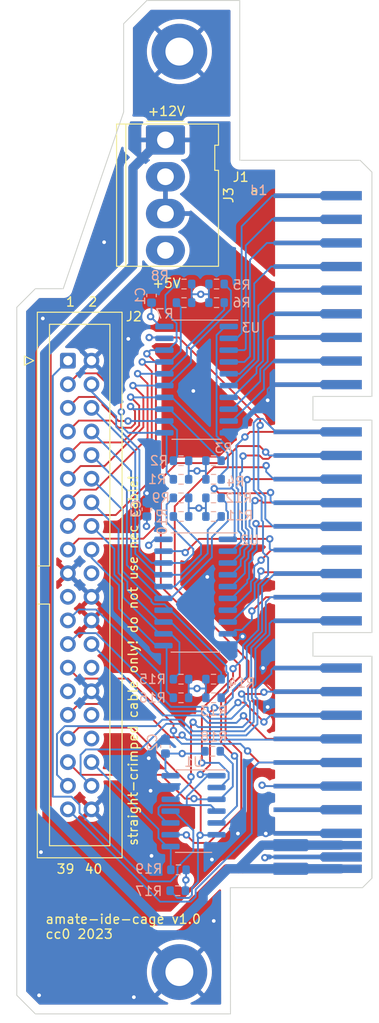
<source format=kicad_pcb>
(kicad_pcb (version 20221018) (generator pcbnew)
  (layers (0 "F.Cu" signal) (1 "In1.Cu" signal) (2 "In2.Cu" signal) (31 "B.Cu" signal) (34 "B.Paste" user) (35 "F.Paste" user) (36 "B.SilkS" user "B.Silkscreen") (37 "F.SilkS" user "F.Silkscreen") (38 "B.Mask" user) (39 "F.Mask" user) (44 "Edge.Cuts" user))
  (net 0 "")
  (net 1 "+5V")
  (net 2 "GND")
  (net 3 "+12V")
  (net 4 "/D8_EDGE")
  (net 5 "/D9_EDGE")
  (net 6 "/D10_EDGE")
  (net 7 "/D11_EDGE")
  (net 8 "/D12_EDGE")
  (net 9 "/D13_EDGE")
  (net 10 "/D14_EDGE")
  (net 11 "/D15_EDGE")
  (net 12 "/pin26")
  (net 13 "/~{IOREADY}")
  (net 15 "/D0_EDGE")
  (net 16 "/D1_EDGE")
  (net 17 "/D2_EDGE")
  (net 18 "/D3_EDGE")
  (net 19 "/D4_EDGE")
  (net 20 "/D5_EDGE")
  (net 21 "/D6_EDGE")
  (net 22 "/D7_EDGE")
  (net 23 "/A0_EDGE")
  (net 24 "/A1_EDGE")
  (net 25 "/A2_EDGE")
  (net 26 "/dir")
  (net 27 "/ce3")
  (net 28 "/ce2")
  (net 29 "/ce1")
  (net 30 "/~{RESET_EDGE}")
  (net 31 "/~{CS0}")
  (net 32 "/~{CS1}")
  (net 33 "/~{RD}")
  (net 34 "/~{WR}")
  (net 35 "/IRQ")
  (net 36 "/~{ACT}")
  (net 38 "/~{RESET}")
  (net 39 "/D7")
  (net 40 "/D8")
  (net 41 "/D6")
  (net 42 "/D9")
  (net 43 "/D5")
  (net 44 "/D10")
  (net 45 "/D4")
  (net 46 "/D11")
  (net 47 "/D3")
  (net 48 "/D12")
  (net 49 "/D2")
  (net 50 "/D13")
  (net 51 "/D1")
  (net 52 "/D14")
  (net 53 "/D0")
  (net 54 "/D15")
  (net 60 "/A1")
  (net 62 "/A0")
  (net 63 "/A2")
  (footprint "Connector_IDC:IDC-Header_2x20_P2.54mm_Vertical" (layer "F.Cu") (at 197.5 66.74)
    (fp_text reference "J2")
    (fp_text value "Conn_02x20_Odd_Even")
  )
  (footprint "MountingHole:MountingHole_3mm_Pad" (layer "F.Cu") (at 209.5 132.5)
    (fp_text reference "H2" hide)
    (fp_text value "MountingHole_Pad")
  )
  (footprint "Connector_Molex:Molex_KK-396_5273-04A_1x04_P3.96mm_Vertical" (layer "F.Cu") (at 208 43 -90)
    (fp_text reference "J3")
    (fp_text value "Conn_01x04_Pin")
  )
  (footprint "MountingHole:MountingHole_3mm_Pad" (layer "F.Cu") (at 209.5 33.5)
    (fp_text reference "H1" hide)
    (fp_text value "MountingHole_Pad")
  )
  (footprint "amate-ide-cage:amate_ide_edge" (layer "F.Cu") (at 216 49)
    (fp_text reference "J1")
    (fp_text value "~" hide)
    (fp_line (start 7.874 21.59) (end 14.224 21.59) (stroke (width 0.1)) (layer "Edge.Cuts"))
    (fp_line (start 7.874 24.13) (end 7.874 21.59) (stroke (width 0.1)) (layer "Edge.Cuts"))
    (fp_line (start 7.874 46.99) (end 14.224 46.99) (stroke (width 0.1)) (layer "Edge.Cuts"))
    (fp_line (start 7.874 49.53) (end 7.874 46.99) (stroke (width 0.1)) (layer "Edge.Cuts"))
    (fp_line (start 12.954 -3.81) (end 0 -3.81) (stroke (width 0.1)) (layer "Edge.Cuts"))
    (fp_line (start 13.208 74.422) (end -1.016 74.422) (stroke (width 0.1)) (layer "Edge.Cuts"))
    (fp_line (start 14.224 -2.54) (end 12.954 -3.81) (stroke (width 0.1)) (layer "Edge.Cuts"))
    (fp_line (start 14.224 21.59) (end 14.224 -2.54) (stroke (width 0.1)) (layer "Edge.Cuts"))
    (fp_line (start 14.224 24.13) (end 7.874 24.13) (stroke (width 0.1)) (layer "Edge.Cuts"))
    (fp_line (start 14.224 46.99) (end 14.224 24.13) (stroke (width 0.1)) (layer "Edge.Cuts"))
    (fp_line (start 14.224 49.53) (end 7.874 49.53) (stroke (width 0.1)) (layer "Edge.Cuts"))
    (fp_line (start 14.224 49.53) (end 14.224 73.406) (stroke (width 0.12)) (layer "Edge.Cuts"))
    (fp_line (start 14.224 73.406) (end 13.208 74.422) (stroke (width 0.1)) (layer "Edge.Cuts"))
  )
  (footprint "Resistor_SMD:R_0603_1608Metric" (layer "B.Cu") (at 213.175 79.5)
    (fp_text reference "R4")
    (fp_text value "10k")
  )
  (footprint "Package_SO:SO-20_5.3x12.6mm_P1.27mm" (layer "B.Cu") (at 211.35 68.785 180)
    (fp_text reference "U3")
    (fp_text value "74LS245")
  )
  (footprint "Resistor_SMD:R_0603_1608Metric" (layer "B.Cu") (at 209.325 123.75 180)
    (fp_text reference "R17")
    (fp_text value "10k")
  )
  (footprint "Resistor_SMD:R_0603_1608Metric" (layer "B.Cu") (at 209.675 81.5 180)
    (fp_text reference "R9")
    (fp_text value "10k")
  )
  (footprint "Capacitor_SMD:C_0603_1608Metric" (layer "B.Cu") (at 206.5 59.725 90)
    (fp_text reference "C1")
    (fp_text value "C")
  )
  (footprint "Package_SO:SO-20_5.3x12.6mm_P1.27mm" (layer "B.Cu") (at 211.25 91.675 180)
    (fp_text reference "U2")
    (fp_text value "74LS245")
  )
  (footprint "Resistor_SMD:R_0603_1608Metric" (layer "B.Cu") (at 209.675 83.5 180)
    (fp_text reference "R10")
    (fp_text value "10k")
  )
  (footprint "Resistor_SMD:R_0603_1608Metric" (layer "B.Cu") (at 209.675 77.5 180)
    (fp_text reference "R2")
    (fp_text value "10k")
  )
  (footprint "Resistor_SMD:R_0603_1608Metric" (layer "B.Cu") (at 209.675 101 180)
    (fp_text reference "R15")
    (fp_text value "10k")
  )
  (footprint "Resistor_SMD:R_0603_1608Metric" (layer "B.Cu") (at 210 60.5 180)
    (fp_text reference "R7")
    (fp_text value "10k")
  )
  (footprint "Resistor_SMD:R_0603_1608Metric" (layer "B.Cu") (at 213.175 101)
    (fp_text reference "R14")
    (fp_text value "10k")
  )
  (footprint "Resistor_SMD:R_0603_1608Metric" (layer "B.Cu") (at 213.175 77.5)
    (fp_text reference "R3")
    (fp_text value "10k")
  )
  (footprint "Resistor_SMD:R_0603_1608Metric" (layer "B.Cu") (at 213.175 81.5)
    (fp_text reference "R12")
    (fp_text value "10k")
  )
  (footprint "Package_SO:SOIC-14_3.9x8.7mm_P1.27mm" (layer "B.Cu") (at 211.025 115.19 180)
    (fp_text reference "U1")
    (fp_text value "74LS125")
  )
  (footprint "Resistor_SMD:R_0603_1608Metric" (layer "B.Cu") (at 213.075 108.75)
    (fp_text reference "R18")
    (fp_text value "10k")
  )
  (footprint "Resistor_SMD:R_0603_1608Metric" (layer "B.Cu") (at 209.675 79.5 180)
    (fp_text reference "R1")
    (fp_text value "10k")
  )
  (footprint "Capacitor_SMD:C_0603_1608Metric" (layer "B.Cu") (at 208 108.225 90)
    (fp_text reference "C2")
    (fp_text value "C")
  )
  (footprint "Resistor_SMD:R_0603_1608Metric" (layer "B.Cu") (at 213.175 103)
    (fp_text reference "R13")
    (fp_text value "10k")
  )
  (footprint "Resistor_SMD:R_0603_1608Metric" (layer "B.Cu") (at 209.4 121.5 180)
    (fp_text reference "R19")
    (fp_text value "10k")
  )
  (footprint "Resistor_SMD:R_0603_1608Metric" (layer "B.Cu") (at 213.5 58.5)
    (fp_text reference "R5")
    (fp_text value "10k")
  )
  (footprint "Resistor_SMD:R_0603_1608Metric" (layer "B.Cu") (at 210 58.5 180)
    (fp_text reference "R8")
    (fp_text value "10k")
  )
  (footprint "Resistor_SMD:R_0603_1608Metric" (layer "B.Cu") (at 209.675 103 180)
    (fp_text reference "R16")
    (fp_text value "10k")
  )
  (footprint "Capacitor_SMD:C_0603_1608Metric" (layer "B.Cu") (at 206 82.725 90)
    (fp_text reference "C3")
    (fp_text value "C")
  )
  (footprint "Resistor_SMD:R_0603_1608Metric" (layer "B.Cu") (at 213.175 83.5)
    (fp_text reference "R11")
    (fp_text value "10k")
  )
  (footprint "Resistor_SMD:R_0603_1608Metric" (layer "B.Cu") (at 213.5 60.5)
    (fp_text reference "R6")
    (fp_text value "10k")
  )
  (gr_line (start 194 137) (end 192 135) (stroke (width 0.1)) (layer "Edge.Cuts"))
  (gr_line (start 215 137) (end 194 137) (stroke (width 0.1)) (layer "Edge.Cuts"))
  (gr_line (start 203.5 30.5) (end 206 28) (stroke (width 0.1)) (layer "Edge.Cuts"))
  (gr_line (start 203.5 40) (end 203.5 30.5) (stroke (width 0.1)) (layer "Edge.Cuts"))
  (gr_line (start 192 135) (end 192 61) (stroke (width 0.1)) (layer "Edge.Cuts"))
  (gr_line (start 192 61) (end 194 59) (stroke (width 0.1)) (layer "Edge.Cuts"))
  (gr_line (start 216 45.19) (end 216 28) (stroke (width 0.1)) (layer "Edge.Cuts"))
  (gr_line (start 197 59) (end 203.5 40) (stroke (width 0.1)) (layer "Edge.Cuts"))
  (gr_line (start 214.984 123.422) (end 215 137) (stroke (width 0.1)) (layer "Edge.Cuts"))
  (gr_line (start 206 28) (end 216 28) (stroke (width 0.1)) (layer "Edge.Cuts"))
  (gr_line (start 197 59) (end 194 59) (stroke (width 0.1)) (layer "Edge.Cuts"))
  (gr_text "2" (at 199.6 61) (layer "F.SilkS") (effects (font (size 1 1)) (justify left bottom)))
  (gr_text "+5V" (at 206.5 59) (layer "F.SilkS") (effects (font (size 1 1)) (justify left bottom)))
  (gr_text "straight-crimped cable only! do not use nec cable!" (at 205.1 119 90) (layer "F.SilkS") (effects (font (size 1 1)) (justify left bottom)))
  (gr_text "39" (at 196.2 122) (layer "F.SilkS") (effects (font (size 1 1)) (justify left bottom)))
  (gr_text "1" (at 197.2 61) (layer "F.SilkS") (effects (font (size 1 1)) (justify left bottom)))
  (gr_text "+12V" (at 206 40.5) (layer "F.SilkS") (effects (font (size 1 1)) (justify left bottom)))
  (gr_text "amate-ide-cage v1.0\ncc0 2023" (at 195 129) (layer "F.SilkS") (effects (font (size 1 1)) (justify left bottom)))
  (gr_text "40" (at 199.2 122) (layer "F.SilkS") (effects (font (size 1 1)) (justify left bottom)))
  (segment (start 226.886 112.5) (end 218.5 112.5) (width 0.2) (layer "F.Cu") (net 1))
  (segment (start 218.5 112.5) (end 218.4 112.4) (width 0.2) (layer "F.Cu") (net 1))
  (via (at 206.2 86.6) (size 0.8) (drill 0.4) (layers "F.Cu" "B.Cu") (net 1))
  (via (at 209.8 109) (size 0.8) (drill 0.4) (layers "F.Cu" "B.Cu") (net 1))
  (via (at 211.6 82.6) (size 0.8) (drill 0.4) (layers "F.Cu" "B.Cu") (net 1))
  (via (at 211.8 59.6) (size 0.8) (drill 0.4) (layers "F.Cu" "B.Cu") (net 1))
  (via (at 205.95856 84.55856) (size 0.8) (drill 0.4) (layers "F.Cu" "B.Cu") (net 1))
  (via (at 206.4 62) (size 0.8) (drill 0.4) (layers "F.Cu" "B.Cu") (net 1))
  (via (at 218.4 112.4) (size 0.8) (drill 0.4) (layers "F.Cu" "B.Cu") (net 1))
  (via (at 210.2 122.6) (size 0.8) (drill 0.4) (layers "F.Cu" "B.Cu") (net 1))
  (via (at 211.4 78.6) (size 0.8) (drill 0.4) (layers "F.Cu" "B.Cu") (net 1))
  (via (at 211.4 102) (size 0.8) (drill 0.4) (layers "F.Cu" "B.Cu") (net 1))
  (segment (start 206.5 61.9) (end 206.4 62) (width 0.2) (layer "B.Cu") (net 1))
  (segment (start 207.8875 63.07) (end 207.47 63.07) (width 0.2) (layer "B.Cu") (net 1))
  (segment (start 206 84.51712) (end 205.95856 84.55856) (width 0.2) (layer "B.Cu") (net 1))
  (segment (start 208 110.83) (end 208.55 111.38) (width 0.2) (layer "B.Cu") (net 1))
  (segment (start 212.35 77.5) (end 212.35 78.6) (width 0.2) (layer "B.Cu") (net 1))
  (segment (start 226.886 112.5) (end 218.5 112.5) (width 0.2) (layer "B.Cu") (net 1))
  (segment (start 210.5 78.6) (end 210.5 77.5) (width 0.2) (layer "B.Cu") (net 1))
  (segment (start 212.35 101) (end 212.35 102) (width 0.2) (layer "B.Cu") (net 1))
  (segment (start 212.675 58.5) (end 212.675 59.6) (width 0.2) (layer "B.Cu") (net 1))
  (segment (start 206.84 85.96) (end 206.2 86.6) (width 0.2) (layer "B.Cu") (net 1))
  (segment (start 212 109) (end 212.25 108.75) (width 0.2) (layer "B.Cu") (net 1))
  (segment (start 210.825 59.6) (end 211.8 59.6) (width 0.2) (layer "B.Cu") (net 1))
  (segment (start 207.7875 85.96) (end 206.84 85.96) (width 0.2) (layer "B.Cu") (net 1))
  (segment (start 211.4 78.6) (end 212.35 78.6) (width 0.2) (layer "B.Cu") (net 1))
  (segment (start 209.8 109) (end 212 109) (width 0.2) (layer "B.Cu") (net 1))
  (segment (start 218.5 112.5) (end 218.4 112.4) (width 0.2) (layer "B.Cu") (net 1))
  (segment (start 212.35 102) (end 211.4 102) (width 0.2) (layer "B.Cu") (net 1))
  (segment (start 206.5 60.5) (end 206.5 61.9) (width 0.2) (layer "B.Cu") (net 1))
  (segment (start 207.47 63.07) (end 206.4 62) (width 0.2) (layer "B.Cu") (net 1))
  (segment (start 210.5 101) (end 210.5 102) (width 0.2) (layer "B.Cu") (net 1))
  (segment (start 211.6 82.6) (end 212.35 82.6) (width 0.2) (layer "B.Cu") (net 1))
  (segment (start 210.5 102) (end 210.5 103) (width 0.2) (layer "B.Cu") (net 1))
  (segment (start 210.5 79.5) (end 210.5 78.6) (width 0.2) (layer "B.Cu") (net 1))
  (segment (start 210.5 81.5) (end 210.5 82.6) (width 0.2) (layer "B.Cu") (net 1))
  (segment (start 208 109) (end 209.8 109) (width 0.2) (layer "B.Cu") (net 1))
  (segment (start 210.825 58.5) (end 210.825 59.6) (width 0.2) (layer "B.Cu") (net 1))
  (segment (start 210.5 82.6) (end 210.5 83.5) (width 0.2) (layer "B.Cu") (net 1))
  (segment (start 212.35 82.6) (end 212.35 83.5) (width 0.2) (layer "B.Cu") (net 1))
  (segment (start 212.35 78.6) (end 212.35 79.5) (width 0.2) (layer "B.Cu") (net 1))
  (segment (start 210.15 123.75) (end 210.15 122.65) (width 0.2) (layer "B.Cu") (net 1))
  (segment (start 210.225 121.5) (end 210.225 122.575) (width 0.2) (layer "B.Cu") (net 1))
  (segment (start 211.2 78.6) (end 211.4 78.6) (width 0.2) (layer "B.Cu") (net 1))
  (segment (start 212.35 102) (end 212.35 103) (width 0.2) (layer "B.Cu") (net 1))
  (segment (start 210.5 102) (end 211.4 102) (width 0.2) (layer "B.Cu") (net 1))
  (segment (start 208 109) (end 208 110.83) (width 0.2) (layer "B.Cu") (net 1))
  (segment (start 210.225 122.575) (end 210.2 122.6) (width 0.2) (layer "B.Cu") (net 1))
  (segment (start 212.675 59.6) (end 212.675 60.5) (width 0.2) (layer "B.Cu") (net 1))
  (segment (start 212.35 81.5) (end 212.35 82.6) (width 0.2) (layer "B.Cu") (net 1))
  (segment (start 210.5 82.6) (end 211.6 82.6) (width 0.2) (layer "B.Cu") (net 1))
  (segment (start 210.15 122.65) (end 210.2 122.6) (width 0.2) (layer "B.Cu") (net 1))
  (segment (start 210.825 59.6) (end 210.825 60.5) (width 0.2) (layer "B.Cu") (net 1))
  (segment (start 210.5 78.6) (end 211.2 78.6) (width 0.2) (layer "B.Cu") (net 1))
  (segment (start 211.8 59.6) (end 212.675 59.6) (width 0.2) (layer "B.Cu") (net 1))
  (segment (start 206 83.5) (end 206 84.51712) (width 0.2) (layer "B.Cu") (net 1))
  (segment (start 226.886 64.24) (end 218.74 64.24) (width 0.2) (layer "F.Cu") (net 2))
  (segment (start 219.54 102.34) (end 218.5 101.3) (width 0.2) (layer "F.Cu") (net 2))
  (segment (start 218.82 117.58) (end 218.8 117.6) (width 0.2) (layer "F.Cu") (net 2))
  (segment (start 218.78 120.12) (end 218.7 120.2) (width 0.2) (layer "F.Cu") (net 2))
  (segment (start 226.886 120.12) (end 218.78 120.12) (width 0.2) (layer "F.Cu") (net 2))
  (segment (start 226.886 66.78) (end 218.82 66.78) (width 0.2) (layer "F.Cu") (net 2))
  (segment (start 226.886 102.34) (end 219.54 102.34) (width 0.2) (layer "F.Cu") (net 2))
  (segment (start 226.886 99.8) (end 218.5 99.8) (width 0.2) (layer "F.Cu") (net 2))
  (segment (start 226.886 117.58) (end 218.82 117.58) (width 0.2) (layer "F.Cu") (net 2))
  (segment (start 226.886 69.32) (end 218.82 69.32) (width 0.2) (layer "F.Cu") (net 2))
  (segment (start 226.886 104.88) (end 219.88 104.88) (width 0.2) (layer "F.Cu") (net 2))
  (segment (start 218.5 101.3) (end 218.5 99.8) (width 0.2) (layer "F.Cu") (net 2))
  (segment (start 219.88 104.88) (end 219 104) (width 0.2) (layer "F.Cu") (net 2))
  (segment (start 226.886 59.16) (end 218.24 59.16) (width 0.2) (layer "F.Cu") (net 2))
  (segment (start 226.886 61.7) (end 218.6 61.7) (width 0.2) (layer "F.Cu") (net 2))
  (via (at 194.8 62.2) (size 0.8) (drill 0.4) (layers "F.Cu" "B.Cu") (net 2))
  (via (at 206.5 120) (size 0.8) (drill 0.4) (layers "F.Cu" "B.Cu") (net 2))
  (via (at 215.8 117.6) (size 0.8) (drill 0.4) (layers "F.Cu" "B.Cu") (net 2))
  (via (at 194.4 135) (size 0.8) (drill 0.4) (layers "F.Cu" "B.Cu") (net 2))
  (via (at 211 70) (size 0.8) (drill 0.4) (layers "F.Cu" "B.Cu") (net 2))
  (via (at 206.4 113) (size 0.8) (drill 0.4) (layers "F.Cu" "B.Cu") (net 2))
  (via (at 204.6 135.2) (size 0.8) (drill 0.4) (layers "F.Cu" "B.Cu") (net 2))
  (via (at 201.4 54) (size 0.8) (drill 0.4) (layers "F.Cu" "B.Cu") (net 2))
  (via (at 213 120.4) (size 0.8) (drill 0.4) (layers "F.Cu" "B.Cu") (net 2))
  (via (at 204 64.4) (size 0.8) (drill 0.4) (layers "F.Cu" "B.Cu") (net 2))
  (via (at 218.7 120.2) (size 0.8) (drill 0.4) (layers "F.Cu" "B.Cu") (net 2))
  (via (at 206.2 109.5) (size 0.8) (drill 0.4) (layers "F.Cu" "B.Cu") (net 2))
  (via (at 194.6 119.6) (size 0.8) (drill 0.4) (layers "F.Cu" "B.Cu") (net 2))
  (via (at 206 81) (size 0.8) (drill 0.4) (layers "F.Cu" "B.Cu") (net 2))
  (via (at 219 104) (size 0.8) (drill 0.4) (layers "F.Cu" "B.Cu") (net 2))
  (via (at 218.5 99.8) (size 0.8) (drill 0.4) (layers "F.Cu" "B.Cu") (net 2))
  (via (at 216.306497 96.406497) (size 0.8) (drill 0.4) (layers "F.Cu" "B.Cu") (net 2))
  (via (at 218.8 117.6) (size 0.8) (drill 0.4) (layers "F.Cu" "B.Cu") (net 2))
  (via (at 212.5 90) (size 0.8) (drill 0.4) (layers "F.Cu" "B.Cu") (net 2))
  (via (at 219 71) (size 0.8) (drill 0.4) (layers "F.Cu" "B.Cu") (net 2))
  (via (at 213.2 127) (size 0.8) (drill 0.4) (layers "F.Cu" "B.Cu") (net 2))
  (segment (start 208.5 112.6) (end 206.8 112.6) (width 0.2) (layer "B.Cu") (net 2))
  (segment (start 226.886 120.12) (end 218.78 120.12) (width 0.2) (layer "B.Cu") (net 2))
  (segment (start 218.78 120.12) (end 218.7 120.2) (width 0.2) (layer "B.Cu") (net 2))
  (segment (start 215.322994 97.39) (end 216.306497 96.406497) (width 0.2) (layer "B.Cu") (net 2))
  (segment (start 213.5 119) (end 213.5 119.9) (width 0.2) (layer "B.Cu") (net 2))
  (segment (start 218.82 117.58) (end 218.8 117.6) (width 0.2) (layer "B.Cu") (net 2))
  (segment (start 226.886 117.58) (end 218.82 117.58) (width 0.2) (layer "B.Cu") (net 2))
  (segment (start 219 69.8) (end 219 71) (width 0.2) (layer "B.Cu") (net 2))
  (segment (start 206.2 109.25) (end 206.2 109.5) (width 0.2) (layer "B.Cu") (net 2))
  (segment (start 208.55 112.65) (end 208.5 112.6) (width 0.2) (layer "B.Cu") (net 2))
  (segment (start 208 107.45) (end 206.2 109.25) (width 0.2) (layer "B.Cu") (net 2))
  (segment (start 214.7125 97.39) (end 215.322994 97.39) (width 0.2) (layer "B.Cu") (net 2))
  (segment (start 213.5 119.9) (end 213 120.4) (width 0.2) (layer "B.Cu") (net 2))
  (segment (start 206 81.95) (end 206 81) (width 0.2) (layer "B.Cu") (net 2))
  (segment (start 206.8 112.6) (end 206.4 113) (width 0.2) (layer "B.Cu") (net 2))
  (segment (start 213.5 119) (end 214.4 119) (width 0.2) (layer "B.Cu") (net 2))
  (segment (start 226.886 69.32) (end 219.48 69.32) (width 0.2) (layer "B.Cu") (net 2))
  (segment (start 214.4 119) (end 215.8 117.6) (width 0.2) (layer "B.Cu") (net 2))
  (segment (start 219.48 69.32) (end 219 69.8) (width 0.2) (layer "B.Cu") (net 2))
  (segment (start 206.267409 127) (end 209 127) (width 1) (layer "F.Cu") (net 3))
  (segment (start 195.25 115.982591) (end 206.267409 127) (width 1) (layer "F.Cu") (net 3))
  (segment (start 214.61 121.39) (end 216.308893 121.39) (width 1) (layer "F.Cu") (net 3))
  (segment (start 216.308893 121.39) (end 226.886 121.39) (width 1) (layer "F.Cu") (net 3))
  (segment (start 204.5 56.5) (end 195.25 65.75) (width 1) (layer "F.Cu") (net 3))
  (segment (start 218.4 118.85) (end 226.886 118.85) (width 1) (layer "F.Cu") (net 3))
  (segment (start 216.308893 120.941107) (end 218.4 118.85) (width 1) (layer "F.Cu") (net 3))
  (segment (start 207.5 43) (end 204.5 46) (width 1) (layer "F.Cu") (net 3))
  (segment (start 209 127) (end 214.61 121.39) (width 1) (layer "F.Cu") (net 3))
  (segment (start 195.25 65.75) (end 195.25 115.982591) (width 1) (layer "F.Cu") (net 3))
  (segment (start 216.308893 121.39) (end 216.308893 120.941107) (width 1) (layer "F.Cu") (net 3))
  (segment (start 208 43) (end 207.5 43) (width 1) (layer "F.Cu") (net 3))
  (segment (start 204.5 46) (end 204.5 56.5) (width 1) (layer "F.Cu") (net 3))
  (segment (start 209.779162 127) (end 207.307968 127) (width 1) (layer "B.Cu") (net 3))
  (segment (start 214.735 121.39) (end 212.05 124.075) (width 1) (layer "B.Cu") (net 3))
  (segment (start 212.05 124.075) (end 212.05 124.729165) (width 1) (layer "B.Cu") (net 3))
  (segment (start 207.5 43) (end 208 43) (width 1) (layer "B.Cu") (net 3))
  (segment (start 204.5 56.5) (end 204.5 46) (width 1) (layer "B.Cu") (net 3))
  (segment (start 218.4 118.85) (end 215.86 121.39) (width 1) (layer "B.Cu") (net 3))
  (segment (start 215.86 121.39) (end 214.735 121.39) (width 1) (layer "B.Cu") (net 3))
  (segment (start 207.307968 127) (end 195 114.692032) (width 1) (layer "B.Cu") (net 3))
  (segment (start 204.5 46) (end 207.5 43) (width 1) (layer "B.Cu") (net 3))
  (segment (start 212.05 124.729165) (end 209.779162 127) (width 1) (layer "B.Cu") (net 3))
  (segment (start 195 66) (end 204.5 56.5) (width 1) (layer "B.Cu") (net 3))
  (segment (start 226.886 121.39) (end 215.86 121.39) (width 1) (layer "B.Cu") (net 3))
  (segment (start 195 114.692032) (end 195 66) (width 1) (layer "B.Cu") (net 3))
  (segment (start 226.886 118.85) (end 218.4 118.85) (width 1) (layer "B.Cu") (net 3))
  (segment (start 226.886 74.4) (end 217.103327 74.4) (width 0.2) (layer "F.Cu") (net 4))
  (segment (start 217.103327 74.4) (end 216.553327 74.95) (width 0.2) (layer "F.Cu") (net 4))
  (via (at 216.553327 74.95) (size 0.8) (drill 0.4) (layers "F.Cu" "B.Cu") (net 4))
  (segment (start 215.1125 87.23) (end 215.1125 87.219251) (width 0.2) (layer "B.Cu") (net 4))
  (segment (start 215.625 76.406066) (end 215.625 75.878327) (width 0.2) (layer "B.Cu") (net 4))
  (segment (start 215.844262 80.601979) (end 215.65 80.407717) (width 0.2) (layer "B.Cu") (net 4))
  (segment (start 216.147182 85.356444) (end 215.844262 85.053523) (width 0.2) (layer "B.Cu") (net 4))
  (segment (start 215.65 80.407717) (end 215.65 76.431065) (width 0.2) (layer "B.Cu") (net 4))
  (segment (start 215.844262 85.053523) (end 215.844262 80.601979) (width 0.2) (layer "B.Cu") (net 4))
  (segment (start 215.65 76.431065) (end 215.625 76.406066) (width 0.2) (layer "B.Cu") (net 4))
  (segment (start 215.1125 87.219251) (end 216.147182 86.184569) (width 0.2) (layer "B.Cu") (net 4))
  (segment (start 216.147182 86.184569) (end 216.147182 85.356444) (width 0.2) (layer "B.Cu") (net 4))
  (segment (start 215.625 75.878327) (end 216.553327 74.95) (width 0.2) (layer "B.Cu") (net 4))
  (segment (start 216.410004 76.94) (end 216.350004 77) (width 0.2) (layer "F.Cu") (net 5))
  (segment (start 218.486848 77.3) (end 218.126848 76.94) (width 0.2) (layer "F.Cu") (net 5))
  (segment (start 226.886 76.94) (end 219.447458 76.94) (width 0.2) (layer "F.Cu") (net 5))
  (segment (start 219.447458 76.94) (end 219.087458 77.3) (width 0.2) (layer "F.Cu") (net 5))
  (segment (start 219.087458 77.3) (end 218.486848 77.3) (width 0.2) (layer "F.Cu") (net 5))
  (segment (start 218.126848 76.94) (end 216.410004 76.94) (width 0.2) (layer "F.Cu") (net 5))
  (via (at 216.350004 77) (size 0.8) (drill 0.4) (layers "F.Cu" "B.Cu") (net 5))
  (segment (start 215.1125 88.5) (end 216.025 87.5875) (width 0.2) (layer "B.Cu") (net 5))
  (segment (start 216.244262 80.294873) (end 216.05 80.100611) (width 0.2) (layer "B.Cu") (net 5))
  (segment (start 216.244262 84.887838) (end 216.244262 80.294873) (width 0.2) (layer "B.Cu") (net 5))
  (segment (start 216.025 86.943147) (end 216.547182 86.420965) (width 0.2) (layer "B.Cu") (net 5))
  (segment (start 216.05 80.100611) (end 216.05 78.846471) (width 0.2) (layer "B.Cu") (net 5))
  (segment (start 216.05 78.846471) (end 216.25 78.646471) (width 0.2) (layer "B.Cu") (net 5))
  (segment (start 216.025 87.5875) (end 216.025 86.943147) (width 0.2) (layer "B.Cu") (net 5))
  (segment (start 216.547182 86.420965) (end 216.547182 85.190759) (width 0.2) (layer "B.Cu") (net 5))
  (segment (start 216.547182 85.190759) (end 216.244262 84.887838) (width 0.2) (layer "B.Cu") (net 5))
  (segment (start 216.25 78.646471) (end 216.25 77) (width 0.2) (layer "B.Cu") (net 5))
  (segment (start 226.886 79.48) (end 216.854313 79.48) (width 0.2) (layer "F.Cu") (net 6))
  (segment (start 216.854313 79.48) (end 216.8 79.534313) (width 0.2) (layer "F.Cu") (net 6))
  (via (at 216.8 79.534313) (size 0.8) (drill 0.4) (layers "F.Cu" "B.Cu") (net 6))
  (segment (start 216.1 88.148896) (end 216.475 87.773896) (width 0.2) (layer "B.Cu") (net 6))
  (segment (start 216.475 87.773896) (end 216.475 87.129543) (width 0.2) (layer "B.Cu") (net 6))
  (segment (start 215.1125 89.77) (end 216.1 88.7825) (width 0.2) (layer "B.Cu") (net 6))
  (segment (start 216.644262 79.690051) (end 216.8 79.534313) (width 0.2) (layer "B.Cu") (net 6))
  (segment (start 216.475 87.129543) (end 216.947182 86.657361) (width 0.2) (layer "B.Cu") (net 6))
  (segment (start 216.644262 84.722153) (end 216.644262 79.690051) (width 0.2) (layer "B.Cu") (net 6))
  (segment (start 216.947182 85.025074) (end 216.644262 84.722153) (width 0.2) (layer "B.Cu") (net 6))
  (segment (start 216.947182 86.657361) (end 216.947182 85.025074) (width 0.2) (layer "B.Cu") (net 6))
  (segment (start 216.1 88.7825) (end 216.1 88.148896) (width 0.2) (layer "B.Cu") (net 6))
  (segment (start 226.866 82) (end 218.5 82) (width 0.2) (layer "F.Cu") (net 7))
  (segment (start 218.5 82) (end 218.291073 81.791073) (width 0.2) (layer "F.Cu") (net 7))
  (segment (start 218.291073 81.791073) (end 217.649999 81.791073) (width 0.2) (layer "F.Cu") (net 7))
  (segment (start 226.886 82.02) (end 226.866 82) (width 0.2) (layer "F.Cu") (net 7))
  (via (at 217.649999 81.791073) (size 0.8) (drill 0.4) (layers "F.Cu" "B.Cu") (net 7))
  (segment (start 217.350001 84.862207) (end 217.044262 84.556468) (width 0.2) (layer "B.Cu") (net 7))
  (segment (start 217.35 82.091072) (end 217.649999 81.791073) (width 0.2) (layer "B.Cu") (net 7))
  (segment (start 216.925 87.960292) (end 216.925 87.315939) (width 0.2) (layer "B.Cu") (net 7))
  (segment (start 216.55 89.6025) (end 216.55 88.335292) (width 0.2) (layer "B.Cu") (net 7))
  (segment (start 217.044262 83.976568) (end 217.350001 83.670829) (width 0.2) (layer "B.Cu") (net 7))
  (segment (start 217.044262 84.556468) (end 217.044262 83.976568) (width 0.2) (layer "B.Cu") (net 7))
  (segment (start 217.350001 83.670829) (end 217.35 82.091072) (width 0.2) (layer "B.Cu") (net 7))
  (segment (start 215.1125 91.04) (end 216.55 89.6025) (width 0.2) (layer "B.Cu") (net 7))
  (segment (start 216.925 87.315939) (end 217.350001 86.890938) (width 0.2) (layer "B.Cu") (net 7))
  (segment (start 217.350001 86.890938) (end 217.350001 84.862207) (width 0.2) (layer "B.Cu") (net 7))
  (segment (start 216.55 88.335292) (end 216.925 87.960292) (width 0.2) (layer "B.Cu") (net 7))
  (segment (start 226.886 84.56) (end 218.037744 84.56) (width 0.2) (layer "F.Cu") (net 8))
  (segment (start 218.037744 84.56) (end 217.744262 84.266518) (width 0.2) (layer "F.Cu") (net 8))
  (via (at 217.744262 84.266518) (size 0.8) (drill 0.4) (layers "F.Cu" "B.Cu") (net 8))
  (segment (start 217.375 88.146688) (end 217.375 87.502335) (width 0.2) (layer "B.Cu") (net 8))
  (segment (start 217.375 87.502335) (end 217.825 87.052335) (width 0.2) (layer "B.Cu") (net 8))
  (segment (start 216.8 90.6225) (end 216.8 90.337257) (width 0.2) (layer "B.Cu") (net 8))
  (segment (start 217.825 84.347256) (end 217.744262 84.266518) (width 0.2) (layer "B.Cu") (net 8))
  (segment (start 215.1125 92.31) (end 216.8 90.6225) (width 0.2) (layer "B.Cu") (net 8))
  (segment (start 217 90.137258) (end 217 88.521688) (width 0.2) (layer "B.Cu") (net 8))
  (segment (start 216.8 90.337257) (end 217 90.137258) (width 0.2) (layer "B.Cu") (net 8))
  (segment (start 217.825 87.052335) (end 217.825 84.347256) (width 0.2) (layer "B.Cu") (net 8))
  (segment (start 217 88.521688) (end 217.375 88.146688) (width 0.2) (layer "B.Cu") (net 8))
  (segment (start 226.886 87.1) (end 219.391206 87.1) (width 0.2) (layer "F.Cu") (net 9))
  (segment (start 219.391206 87.1) (end 218.292452 88.198754) (width 0.2) (layer "F.Cu") (net 9))
  (via (at 218.292452 88.198754) (size 0.8) (drill 0.4) (layers "F.Cu" "B.Cu") (net 9))
  (segment (start 217.546751 88.89647) (end 217.802113 88.641108) (width 0.2) (layer "B.Cu") (net 9))
  (segment (start 217.546751 90.156192) (end 217.546751 88.89647) (width 0.2) (layer "B.Cu") (net 9))
  (segment (start 217.802113 88.641108) (end 217.850098 88.641108) (width 0.2) (layer "B.Cu") (net 9))
  (segment (start 217.2 90.502943) (end 217.546751 90.156192) (width 0.2) (layer "B.Cu") (net 9))
  (segment (start 215.1125 93.58) (end 217.2 91.4925) (width 0.2) (layer "B.Cu") (net 9))
  (segment (start 217.850098 88.641108) (end 218.292452 88.198754) (width 0.2) (layer "B.Cu") (net 9))
  (segment (start 217.2 91.4925) (end 217.2 90.502943) (width 0.2) (layer "B.Cu") (net 9))
  (segment (start 226.886 89.64) (end 226.746 89.5) (width 0.2) (layer "F.Cu") (net 10))
  (segment (start 218.405643 89.5) (end 218.271751 89.366108) (width 0.2) (layer "F.Cu") (net 10))
  (segment (start 226.746 89.5) (end 218.405643 89.5) (width 0.2) (layer "F.Cu") (net 10))
  (via (at 218.271751 89.366108) (size 0.8) (drill 0.4) (layers "F.Cu" "B.Cu") (net 10))
  (segment (start 218.1 90.168629) (end 218.1 89.537859) (width 0.2) (layer "B.Cu") (net 10))
  (segment (start 217.6 92.3625) (end 217.6 90.668629) (width 0.2) (layer "B.Cu") (net 10))
  (segment (start 218.1 89.537859) (end 218.271751 89.366108) (width 0.2) (layer "B.Cu") (net 10))
  (segment (start 217.6 90.668629) (end 218.1 90.168629) (width 0.2) (layer "B.Cu") (net 10))
  (segment (start 215.1125 94.85) (end 217.6 92.3625) (width 0.2) (layer "B.Cu") (net 10))
  (segment (start 218.82 92.18) (end 217.338122 93.661878) (width 0.2) (layer "F.Cu") (net 11))
  (segment (start 217.338122 93.661878) (end 217.3 93.661878) (width 0.2) (layer "F.Cu") (net 11))
  (segment (start 226.886 92.18) (end 218.82 92.18) (width 0.2) (layer "F.Cu") (net 11))
  (via (at 217.3 93.661878) (size 0.8) (drill 0.4) (layers "F.Cu" "B.Cu") (net 11))
  (segment (start 217.3 94.623044) (end 217.3 93.661878) (width 0.2) (layer "B.Cu") (net 11))
  (segment (start 215.1125 96.12) (end 215.526003 95.706497) (width 0.2) (layer "B.Cu") (net 11))
  (segment (start 215.526003 95.706497) (end 216.216547 95.706497) (width 0.2) (layer "B.Cu") (net 11))
  (segment (start 216.216547 95.706497) (end 217.3 94.623044) (width 0.2) (layer "B.Cu") (net 11))
  (segment (start 226.886 107.42) (end 218.884212 107.42) (width 0.2) (layer "F.Cu") (net 12))
  (segment (start 218.884212 107.42) (end 216.4 104.935788) (width 0.2) (layer "F.Cu") (net 12))
  (via (at 216.4 104.935788) (size 0.8) (drill 0.4) (layers "F.Cu" "B.Cu") (net 12))
  (segment (start 207.72 104.9) (end 211.796052 104.9) (width 0.2) (layer "B.Cu") (net 12))
  (segment (start 212.596052 105.7) (end 215.635788 105.7) (width 0.2) (layer "B.Cu") (net 12))
  (segment (start 211.796052 104.9) (end 212.596052 105.7) (width 0.2) (layer "B.Cu") (net 12))
  (segment (start 215.635788 105.7) (end 216.4 104.935788) (width 0.2) (layer "B.Cu") (net 12))
  (segment (start 200.04 97.22) (end 207.72 104.9) (width 0.2) (layer "B.Cu") (net 12))
  (segment (start 208.864862 105.839556) (end 208.864862 106.525) (width 0.2) (layer "F.Cu") (net 13))
  (segment (start 197.5 99.76) (end 198.675 100.935) (width 0.2) (layer "F.Cu") (net 13))
  (segment (start 198.675 100.935) (end 203.960306 100.935) (width 0.2) (layer "F.Cu") (net 13))
  (segment (start 203.960306 100.935) (end 208.864862 105.839556) (width 0.2) (layer "F.Cu") (net 13))
  (segment (start 218.083349 109.96) (end 216.841566 108.718217) (width 0.2) (layer "F.Cu") (net 13))
  (segment (start 226.886 109.96) (end 218.083349 109.96) (width 0.2) (layer "F.Cu") (net 13))
  (via (at 208.864862 106.525) (size 0.8) (drill 0.4) (layers "F.Cu" "B.Cu") (net 13))
  (via (at 216.841566 108.718217) (size 0.8) (drill 0.4) (layers "F.Cu" "B.Cu") (net 13))
  (segment (start 208.864862 107.064862) (end 209.75 107.95) (width 0.2) (layer "B.Cu") (net 13))
  (segment (start 208.864862 106.525) (end 208.864862 107.064862) (width 0.2) (layer "B.Cu") (net 13))
  (segment (start 209.75 107.95) (end 216.073349 107.95) (width 0.2) (layer "B.Cu") (net 13))
  (segment (start 216.073349 107.95) (end 216.841566 108.718217) (width 0.2) (layer "B.Cu") (net 13))
  (segment (start 216.2 52.3) (end 216.2 63.8) (width 0.2) (layer "B.Cu") (net 15))
  (segment (start 219.5 49) (end 216.2 52.3) (width 0.2) (layer "B.Cu") (net 15))
  (segment (start 215.66 64.34) (end 214.8125 64.34) (width 0.2) (layer "B.Cu") (net 15))
  (segment (start 226.886 49) (end 219.5 49) (width 0.2) (layer "B.Cu") (net 15))
  (segment (start 216.2 63.8) (end 215.66 64.34) (width 0.2) (layer "B.Cu") (net 15))
  (segment (start 216.65 54.35) (end 219.5 51.5) (width 0.2) (layer "B.Cu") (net 16))
  (segment (start 226.846 51.5) (end 226.886 51.54) (width 0.2) (layer "B.Cu") (net 16))
  (segment (start 219.5 51.5) (end 226.846 51.5) (width 0.2) (layer "B.Cu") (net 16))
  (segment (start 216.65 65.46) (end 216.65 54.35) (width 0.2) (layer "B.Cu") (net 16))
  (segment (start 216.5 65.61) (end 216.65 65.46) (width 0.2) (layer "B.Cu") (net 16))
  (segment (start 214.8125 65.61) (end 216.5 65.61) (width 0.2) (layer "B.Cu") (net 16))
  (segment (start 217.1 66.28) (end 216.5 66.88) (width 0.2) (layer "B.Cu") (net 17))
  (segment (start 216.5 66.88) (end 214.8125 66.88) (width 0.2) (layer "B.Cu") (net 17))
  (segment (start 226.886 54.08) (end 218.92 54.08) (width 0.2) (layer "B.Cu") (net 17))
  (segment (start 218.92 54.08) (end 217.1 55.9) (width 0.2) (layer "B.Cu") (net 17))
  (segment (start 217.1 55.9) (end 217.1 66.28) (width 0.2) (layer "B.Cu") (net 17))
  (segment (start 215.98726 68.15) (end 217.55 66.58726) (width 0.2) (layer "B.Cu") (net 18))
  (segment (start 217.55 66.58726) (end 217.55 58.45) (width 0.2) (layer "B.Cu") (net 18))
  (segment (start 214.8125 68.15) (end 215.98726 68.15) (width 0.2) (layer "B.Cu") (net 18))
  (segment (start 219.38 56.62) (end 226.886 56.62) (width 0.2) (layer "B.Cu") (net 18))
  (segment (start 217.55 58.45) (end 219.38 56.62) (width 0.2) (layer "B.Cu") (net 18))
  (segment (start 215.282944 69.42) (end 218 66.702944) (width 0.2) (layer "B.Cu") (net 19))
  (segment (start 218 66.702944) (end 218 60.82) (width 0.2) (layer "B.Cu") (net 19))
  (segment (start 218 60.82) (end 219.66 59.16) (width 0.2) (layer "B.Cu") (net 19))
  (segment (start 214.8125 69.42) (end 215.282944 69.42) (width 0.2) (layer "B.Cu") (net 19))
  (segment (start 219.66 59.16) (end 226.886 59.16) (width 0.2) (layer "B.Cu") (net 19))
  (segment (start 218.5 66.768628) (end 217.8 67.46863) (width 0.2) (layer "B.Cu") (net 20))
  (segment (start 218.5 62.5) (end 218.5 66.768628) (width 0.2) (layer "B.Cu") (net 20))
  (segment (start 226.886 61.7) (end 219.3 61.7) (width 0.2) (layer "B.Cu") (net 20))
  (segment (start 217.8 67.46863) (end 217.8 68.091751) (width 0.2) (layer "B.Cu") (net 20))
  (segment (start 217.8 68.091751) (end 215.201751 70.69) (width 0.2) (layer "B.Cu") (net 20))
  (segment (start 215.201751 70.69) (end 214.8125 70.69) (width 0.2) (layer "B.Cu") (net 20))
  (segment (start 219.3 61.7) (end 218.5 62.5) (width 0.2) (layer "B.Cu") (net 20))
  (segment (start 218.2 68.961751) (end 215.201751 71.96) (width 0.2) (layer "B.Cu") (net 21))
  (segment (start 219.26 64.24) (end 219 64.5) (width 0.2) (layer "B.Cu") (net 21))
  (segment (start 226.886 64.24) (end 219.26 64.24) (width 0.2) (layer "B.Cu") (net 21))
  (segment (start 219 66.834314) (end 218.2 67.634315) (width 0.2) (layer "B.Cu") (net 21))
  (segment (start 215.201751 71.96) (end 214.8125 71.96) (width 0.2) (layer "B.Cu") (net 21))
  (segment (start 219 64.5) (end 219 66.834314) (width 0.2) (layer "B.Cu") (net 21))
  (segment (start 218.2 67.634315) (end 218.2 68.961751) (width 0.2) (layer "B.Cu") (net 21))
  (segment (start 219.62 66.78) (end 218.6 67.8) (width 0.2) (layer "B.Cu") (net 22))
  (segment (start 215.17 73.23) (end 214.8125 73.23) (width 0.2) (layer "B.Cu") (net 22))
  (segment (start 218.6 67.8) (end 218.6 69.8) (width 0.2) (layer "B.Cu") (net 22))
  (segment (start 226.886 66.78) (end 219.62 66.78) (width 0.2) (layer "B.Cu") (net 22))
  (segment (start 218.6 69.8) (end 215.17 73.23) (width 0.2) (layer "B.Cu") (net 22))
  (segment (start 215.275 100.838604) (end 215.275 99.871802) (width 0.2) (layer "F.Cu") (net 23))
  (segment (start 211.919722 110) (end 211.919722 104.193882) (width 0.2) (layer "F.Cu") (net 23))
  (segment (start 211.919722 104.193882) (end 215.275 100.838604) (width 0.2) (layer "F.Cu") (net 23))
  (via (at 215.275 99.871802) (size 0.8) (drill 0.4) (layers "F.Cu" "B.Cu") (net 23))
  (via (at 211.919722 110) (size 0.8) (drill 0.4) (layers "F.Cu" "B.Cu") (net 23))
  (segment (start 213.876751 112.65) (end 214.8 111.726751) (width 0.2) (layer "B.Cu") (net 23))
  (segment (start 219.05 87.930997) (end 219.05 89.784314) (width 0.2) (layer "B.Cu") (net 23))
  (segment (start 218 95.702942) (end 216.35 97.352943) (width 0.2) (layer "B.Cu") (net 23))
  (segment (start 218.5 84.065686) (end 218.5 87.380997) (width 0.2) (layer "B.Cu") (net 23))
  (segment (start 218.480821 73) (end 217.900921 73) (width 0.2) (layer "B.Cu") (net 23))
  (segment (start 218.349999 81.501123) (end 218.349999 83.915685) (width 0.2) (layer "B.Cu") (net 23))
  (segment (start 218.5 87.380997) (end 219.05 87.930997) (width 0.2) (layer "B.Cu") (net 23))
  (segment (start 218.349999 83.915685) (end 218.5 84.065686) (width 0.2) (layer "B.Cu") (net 23))
  (segment (start 213.5 112.65) (end 213.876751 112.65) (width 0.2) (layer "B.Cu") (net 23))
  (segment (start 214.8 111.726751) (end 214.8 111.033249) (width 0.2) (layer "B.Cu") (net 23))
  (segment (start 214.8 111.033249) (end 213.766751 110) (width 0.2) (layer "B.Cu") (net 23))
  (segment (start 217.900921 73) (end 217.490871 73.41005) (width 0.2) (layer "B.Cu") (net 23))
  (segment (start 216.35 97.352943) (end 216.35 98.796802) (width 0.2) (layer "B.Cu") (net 23))
  (segment (start 217.490871 73.41005) (end 217.490871 74.41495) (width 0.2) (layer "B.Cu") (net 23))
  (segment (start 219.05 89.784314) (end 218 90.834315) (width 0.2) (layer "B.Cu") (net 23))
  (segment (start 218 90.834315) (end 218 95.702942) (width 0.2) (layer "B.Cu") (net 23))
  (segment (start 213.766751 110) (end 211.919722 110) (width 0.2) (layer "B.Cu") (net 23))
  (segment (start 217.5 74.424079) (end 217.5 80.651124) (width 0.2) (layer "B.Cu") (net 23))
  (segment (start 216.35 98.796802) (end 215.275 99.871802) (width 0.2) (layer "B.Cu") (net 23))
  (segment (start 217.490871 74.41495) (end 217.5 74.424079) (width 0.2) (layer "B.Cu") (net 23))
  (segment (start 217.5 80.651124) (end 218.349999 81.501123) (width 0.2) (layer "B.Cu") (net 23))
  (segment (start 219.880821 74.4) (end 218.480821 73) (width 0.2) (layer "B.Cu") (net 23))
  (segment (start 226.886 74.4) (end 219.880821 74.4) (width 0.2) (layer "B.Cu") (net 23))
  (segment (start 213.994149 107.818842) (end 213.994149 102.755851) (width 0.2) (layer "F.Cu") (net 24))
  (segment (start 207.5 91) (end 207.5 79.5) (width 0.2) (layer "F.Cu") (net 24))
  (segment (start 213.994149 77.755851) (end 215.825 75.925) (width 0.2) (layer "F.Cu") (net 24))
  (segment (start 216 99.5) (end 207.5 91) (width 0.2) (layer "F.Cu") (net 24))
  (segment (start 216 100.75) (end 216 99.5) (width 0.2) (layer "F.Cu") (net 24))
  (segment (start 207.5 79.5) (end 209.244149 77.755851) (width 0.2) (layer "F.Cu") (net 24))
  (segment (start 213.994149 107.818842) (end 215.431698 109.256391) (width 0.2) (layer "F.Cu") (net 24))
  (segment (start 218.137153 75.925) (end 218.787153 76.575) (width 0.2) (layer "F.Cu") (net 24))
  (segment (start 213.994149 102.755851) (end 216 100.75) (width 0.2) (layer "F.Cu") (net 24))
  (segment (start 215.825 75.925) (end 218.137153 75.925) (width 0.2) (layer "F.Cu") (net 24))
  (segment (start 209.244149 77.755851) (end 213.994149 77.755851) (width 0.2) (layer "F.Cu") (net 24))
  (via (at 218.787153 76.575) (size 0.8) (drill 0.4) (layers "F.Cu" "B.Cu") (net 24))
  (via (at 215.431698 109.256391) (size 0.8) (drill 0.4) (layers "F.Cu" "B.Cu") (net 24))
  (segment (start 215.7 109.524693) (end 215.431698 109.256391) (width 0.2) (layer "B.Cu") (net 24))
  (segment (start 226.886 76.94) (end 219.152153 76.94) (width 0.2) (layer "B.Cu") (net 24))
  (segment (start 219.152153 76.94) (end 218.787153 76.575) (width 0.2) (layer "B.Cu") (net 24))
  (segment (start 213.5 116.46) (end 213.876751 116.46) (width 0.2) (layer "B.Cu") (net 24))
  (segment (start 213.876751 116.46) (end 215.7 114.636751) (width 0.2) (layer "B.Cu") (net 24))
  (segment (start 215.7 114.636751) (end 215.7 109.524693) (width 0.2) (layer "B.Cu") (net 24))
  (segment (start 218.842654 78.025) (end 218.661803 78.205851) (width 0.2) (layer "F.Cu") (net 25))
  (segment (start 209 82.4) (end 209 91.113604) (width 0.2) (layer "F.Cu") (net 25))
  (segment (start 216.95 100.686396) (end 214.475306 103.16109) (width 0.2) (layer "F.Cu") (net 25))
  (segment (start 213.194149 78.205851) (end 209 82.4) (width 0.2) (layer "F.Cu") (net 25))
  (segment (start 214.475306 107.274694) (end 216.156698 108.956086) (width 0.2) (layer "F.Cu") (net 25))
  (segment (start 211.112115 118.612115) (end 210.25 117.75) (width 0.2) (layer "F.Cu") (net 25))
  (segment (start 216.156698 108.956086) (end 216.156698 115.093302) (width 0.2) (layer "F.Cu") (net 25))
  (segment (start 209 91.113604) (end 216.95 99.063604) (width 0.2) (layer "F.Cu") (net 25))
  (segment (start 216.156698 115.093302) (end 212.637885 118.612115) (width 0.2) (layer "F.Cu") (net 25))
  (segment (start 214.475306 103.16109) (end 214.475306 107.274694) (width 0.2) (layer "F.Cu") (net 25))
  (segment (start 212.637885 118.612115) (end 211.112115 118.612115) (width 0.2) (layer "F.Cu") (net 25))
  (segment (start 218.661803 78.205851) (end 213.194149 78.205851) (width 0.2) (layer "F.Cu") (net 25))
  (segment (start 216.95 99.063604) (end 216.95 100.686396) (width 0.2) (layer "F.Cu") (net 25))
  (via (at 210.25 117.75) (size 0.8) (drill 0.4) (layers "F.Cu" "B.Cu") (net 25))
  (via (at 218.842654 78.025) (size 0.8) (drill 0.4) (layers "F.Cu" "B.Cu") (net 25))
  (segment (start 219.639188 79.48) (end 218.842654 78.683466) (width 0.2) (layer "B.Cu") (net 25))
  (segment (start 218.842654 78.683466) (end 218.842654 78.025) (width 0.2) (layer "B.Cu") (net 25))
  (segment (start 226.886 79.48) (end 219.639188 79.48) (width 0.2) (layer "B.Cu") (net 25))
  (segment (start 208.55 117.73) (end 210.23 117.73) (width 0.2) (layer "B.Cu") (net 25))
  (segment (start 210.23 117.73) (end 210.25 117.75) (width 0.2) (layer "B.Cu") (net 25))
  (segment (start 219.233326 81) (end 219.313365 80.919961) (width 0.2) (layer "F.Cu") (net 26))
  (segment (start 213.25 80.5) (end 213.75 81) (width 0.2) (layer "F.Cu") (net 26))
  (segment (start 213.75 81) (end 219.233326 81) (width 0.2) (layer "F.Cu") (net 26))
  (via (at 219.313365 80.919961) (size 0.8) (drill 0.4) (layers "F.Cu" "B.Cu") (net 26))
  (via (at 213.25 80.5) (size 0.8) (drill 0.4) (layers "F.Cu" "B.Cu") (net 26))
  (segment (start 219.52 82.02) (end 219.313365 81.813365) (width 0.2) (layer "B.Cu") (net 26))
  (segment (start 215.25 80.25) (end 215.25 76.596751) (width 0.2) (layer "B.Cu") (net 26))
  (segment (start 215.1125 85.96) (end 215.444263 85.628237) (width 0.2) (layer "B.Cu") (net 26))
  (segment (start 215 80.5) (end 215.088299 80.411701) (width 0.2) (layer "B.Cu") (net 26))
  (segment (start 213.25 80.5) (end 215 80.5) (width 0.2) (layer "B.Cu") (net 26))
  (segment (start 213.5 74.846751) (end 213.5 63.993249) (width 0.2) (layer "B.Cu") (net 26))
  (segment (start 213.5 63.993249) (end 214.423249 63.07) (width 0.2) (layer "B.Cu") (net 26))
  (segment (start 226.886 82.02) (end 219.52 82.02) (width 0.2) (layer "B.Cu") (net 26))
  (segment (start 214.423249 63.07) (end 214.8125 63.07) (width 0.2) (layer "B.Cu") (net 26))
  (segment (start 215.088299 80.411701) (end 215.25 80.25) (width 0.2) (layer "B.Cu") (net 26))
  (segment (start 215.444263 85.628237) (end 215.444263 80.767665) (width 0.2) (layer "B.Cu") (net 26))
  (segment (start 215.25 76.596751) (end 213.5 74.846751) (width 0.2) (layer "B.Cu") (net 26))
  (segment (start 215.444263 80.767665) (end 215.088299 80.411701) (width 0.2) (layer "B.Cu") (net 26))
  (segment (start 219.313365 81.813365) (end 219.313365 80.919961) (width 0.2) (layer "B.Cu") (net 26))
  (segment (start 218.190871 73.02013) (end 218.190871 73.7) (width 0.2) (layer "F.Cu") (net 27))
  (segment (start 209.420741 64.25) (end 218.190871 73.02013) (width 0.2) (layer "F.Cu") (net 27))
  (segment (start 206.25 64.25) (end 209.420741 64.25) (width 0.2) (layer "F.Cu") (net 27))
  (via (at 206.25 64.25) (size 0.8) (drill 0.4) (layers "F.Cu" "B.Cu") (net 27))
  (via (at 218.190871 73.7) (size 0.8) (drill 0.4) (layers "F.Cu" "B.Cu") (net 27))
  (segment (start 218 73.890871) (end 218.190871 73.7) (width 0.2) (layer "B.Cu") (net 27))
  (segment (start 218.749999 83.749999) (end 218.749999 81.335437) (width 0.2) (layer "B.Cu") (net 27))
  (segment (start 207.7975 64.25) (end 207.8875 64.34) (width 0.2) (layer "B.Cu") (net 27))
  (segment (start 219.56 84.56) (end 218.749999 83.749999) (width 0.2) (layer "B.Cu") (net 27))
  (segment (start 206.25 64.25) (end 207.7975 64.25) (width 0.2) (layer "B.Cu") (net 27))
  (segment (start 226.886 84.56) (end 219.56 84.56) (width 0.2) (layer "B.Cu") (net 27))
  (segment (start 218 80.585438) (end 218 73.890871) (width 0.2) (layer "B.Cu") (net 27))
  (segment (start 218.749999 81.335437) (end 218 80.585438) (width 0.2) (layer "B.Cu") (net 27))
  (segment (start 211.599898 85.910152) (end 210.130025 87.380025) (width 0.2) (layer "F.Cu") (net 28))
  (segment (start 219.225 85.910152) (end 211.599898 85.910152) (width 0.2) (layer "F.Cu") (net 28))
  (via (at 219.225 85.910152) (size 0.8) (drill 0.4) (layers "F.Cu" "B.Cu") (net 28))
  (via (at 210.130025 87.380025) (size 0.8) (drill 0.4) (layers "F.Cu" "B.Cu") (net 28))
  (segment (start 208.1875 87.23) (end 209.98 87.23) (width 0.2) (layer "B.Cu") (net 28))
  (segment (start 219.225 86.975) (end 219.225 85.910152) (width 0.2) (layer "B.Cu") (net 28))
  (segment (start 209.98 87.23) (end 210.130025 87.380025) (width 0.2) (layer "B.Cu") (net 28))
  (segment (start 226.886 87.1) (end 219.35 87.1) (width 0.2) (layer "B.Cu") (net 28))
  (segment (start 219.35 87.1) (end 219.225 86.975) (width 0.2) (layer "B.Cu") (net 28))
  (segment (start 212.794417 104.549732) (end 213.269149 104.075) (width 0.2) (layer "F.Cu") (net 29))
  (segment (start 212.794417 110.205583) (end 212.794417 104.549732) (width 0.2) (layer "F.Cu") (net 29))
  (segment (start 211.75 111.25) (end 212.794417 110.205583) (width 0.2) (layer "F.Cu") (net 29))
  (via (at 211.75 111.25) (size 0.8) (drill 0.4) (layers "F.Cu" "B.Cu") (net 29))
  (via (at 213.269149 104.075) (size 0.8) (drill 0.4) (layers "F.Cu" "B.Cu") (net 29))
  (segment (start 210.294012 114.545) (end 210.294012 113.629185) (width 0.2) (layer "B.Cu") (net 29))
  (segment (start 216.023924 101.423461) (end 215.25 102.197385) (width 0.2) (layer "B.Cu") (net 29))
  (segment (start 207.25 114.823249) (end 207.528249 114.545) (width 0.2) (layer "B.Cu") (net 29))
  (segment (start 207.528249 114.545) (end 210.5 114.545) (width 0.2) (layer "B.Cu") (net 29))
  (segment (start 214.142462 104.075) (end 213.269149 104.075) (width 0.2) (layer "B.Cu") (net 29))
  (segment (start 216.75 100.75) (end 216.076539 101.423461) (width 0.2) (layer "B.Cu") (net 29))
  (segment (start 213.5 115.19) (end 212.855 114.545) (width 0.2) (layer "B.Cu") (net 29))
  (segment (start 211.75 111.25) (end 213.37 111.25) (width 0.2) (layer "B.Cu") (net 29))
  (segment (start 208.55 116.46) (end 208.173249 116.46) (width 0.2) (layer "B.Cu") (net 29))
  (segment (start 207.25 115.536751) (end 207.25 114.823249) (width 0.2) (layer "B.Cu") (net 29))
  (segment (start 216.076539 101.423461) (end 216.023924 101.423461) (width 0.2) (layer "B.Cu") (net 29))
  (segment (start 213.37 111.25) (end 213.5 111.38) (width 0.2) (layer "B.Cu") (net 29))
  (segment (start 210.294012 113.629185) (end 212.543197 111.38) (width 0.2) (layer "B.Cu") (net 29))
  (segment (start 219.76 89.64) (end 218.4 91) (width 0.2) (layer "B.Cu") (net 29))
  (segment (start 215.25 102.197385) (end 215.25 102.967462) (width 0.2) (layer "B.Cu") (net 29))
  (segment (start 212.855 114.545) (end 210.294012 114.545) (width 0.2) (layer "B.Cu") (net 29))
  (segment (start 226.886 89.64) (end 219.76 89.64) (width 0.2) (layer "B.Cu") (net 29))
  (segment (start 215.25 102.967462) (end 214.142462 104.075) (width 0.2) (layer "B.Cu") (net 29))
  (segment (start 218.4 91) (end 218.4 95.868628) (width 0.2) (layer "B.Cu") (net 29))
  (segment (start 216.75 97.518628) (end 216.75 100.75) (width 0.2) (layer "B.Cu") (net 29))
  (segment (start 208.173249 116.46) (end 207.25 115.536751) (width 0.2) (layer "B.Cu") (net 29))
  (segment (start 218.4 95.868628) (end 216.75 97.518628) (width 0.2) (layer "B.Cu") (net 29))
  (segment (start 212.543197 111.38) (end 213.5 111.38) (width 0.2) (layer "B.Cu") (net 29))
  (segment (start 210.75 105.85046) (end 210.97546 105.625) (width 0.2) (layer "F.Cu") (net 30))
  (segment (start 210.75 111.5) (end 210.75 105.85046) (width 0.2) (layer "F.Cu") (net 30))
  (via (at 210.75 111.5) (size 0.8) (drill 0.4) (layers "F.Cu" "B.Cu") (net 30))
  (via (at 210.97546 105.625) (size 0.8) (drill 0.4) (layers "F.Cu" "B.Cu") (net 30))
  (segment (start 210.75 112.096751) (end 208.926751 113.92) (width 0.2) (layer "B.Cu") (net 30))
  (segment (start 211.50046 106.15) (end 210.97546 105.625) (width 0.2) (layer "B.Cu") (net 30))
  (segment (start 219.32 92.18) (end 218.8 92.7) (width 0.2) (layer "B.Cu") (net 30))
  (segment (start 218.8 92.7) (end 218.8 96.034315) (width 0.2) (layer "B.Cu") (net 30))
  (segment (start 217.231004 101.447674) (end 216.899998 101.77868) (width 0.2) (layer "B.Cu") (net 30))
  (segment (start 216.312314 106.15) (end 211.50046 106.15) (width 0.2) (layer "B.Cu") (net 30))
  (segment (start 226.886 92.18) (end 219.32 92.18) (width 0.2) (layer "B.Cu") (net 30))
  (segment (start 217.1 103.421323) (end 217.1 105.362314) (width 0.2) (layer "B.Cu") (net 30))
  (segment (start 217.231004 97.603311) (end 217.231004 101.447674) (width 0.2) (layer "B.Cu") (net 30))
  (segment (start 208.926751 113.92) (end 208.55 113.92) (width 0.2) (layer "B.Cu") (net 30))
  (segment (start 216.899998 101.77868) (end 216.899998 103.221321) (width 0.2) (layer "B.Cu") (net 30))
  (segment (start 217.1 105.362314) (end 216.312314 106.15) (width 0.2) (layer "B.Cu") (net 30))
  (segment (start 218.8 96.034315) (end 217.231004 97.603311) (width 0.2) (layer "B.Cu") (net 30))
  (segment (start 210.75 111.5) (end 210.75 112.096751) (width 0.2) (layer "B.Cu") (net 30))
  (segment (start 216.899998 103.221321) (end 217.1 103.421323) (width 0.2) (layer "B.Cu") (net 30))
  (segment (start 196.325 111.285) (end 196.325 106.893299) (width 0.2) (layer "B.Cu") (net 31))
  (segment (start 219.48 94.72) (end 219.2 95) (width 0.2) (layer "B.Cu") (net 31))
  (segment (start 217.3 101.944364) (end 217.681004 101.56336) (width 0.2) (layer "B.Cu") (net 31))
  (segment (start 207.677208 105.35) (end 209.695585 105.35) (width 0.2) (layer "B.Cu") (net 31))
  (segment (start 219.2 95) (end 219.2 96.2) (width 0.2) (layer "B.Cu") (net 31))
  (segment (start 197.168299 106.05) (end 206.977208 106.05) (width 0.2) (layer "B.Cu") (net 31))
  (segment (start 196.325 106.893299) (end 197.168299 106.05) (width 0.2) (layer "B.Cu") (net 31))
  (segment (start 219.2 96.2) (end 217.681004 97.718996) (width 0.2) (layer "B.Cu") (net 31))
  (segment (start 217.3 103.055637) (end 217.3 101.944364) (width 0.2) (layer "B.Cu") (net 31))
  (segment (start 217.5 103.255637) (end 217.3 103.055637) (width 0.2) (layer "B.Cu") (net 31))
  (segment (start 210.945585 106.6) (end 216.49871 106.6) (width 0.2) (layer "B.Cu") (net 31))
  (segment (start 206.977208 106.05) (end 207.677208 105.35) (width 0.2) (layer "B.Cu") (net 31))
  (segment (start 216.49871 106.6) (end 217.5 105.59871) (width 0.2) (layer "B.Cu") (net 31))
  (segment (start 226.886 94.72) (end 219.48 94.72) (width 0.2) (layer "B.Cu") (net 31))
  (segment (start 209.695585 105.35) (end 210.945585 106.6) (width 0.2) (layer "B.Cu") (net 31))
  (segment (start 197.5 112.46) (end 196.325 111.285) (width 0.2) (layer "B.Cu") (net 31))
  (segment (start 217.5 105.59871) (end 217.5 103.255637) (width 0.2) (layer "B.Cu") (net 31))
  (segment (start 217.681004 101.56336) (end 217.681004 97.718996) (width 0.2) (layer "B.Cu") (net 31))
  (segment (start 219.4 100.41005) (end 219.4 100) (width 0.2) (layer "B.Cu") (net 32))
  (segment (start 217.7 102.11005) (end 219.4 100.41005) (width 0.2) (layer "B.Cu") (net 32))
  (segment (start 205.332925 108.555) (end 208.087925 105.8) (width 0.2) (layer "B.Cu") (net 32))
  (segment (start 198.865 111.285) (end 198.865 109.135) (width 0.2) (layer "B.Cu") (net 32))
  (segment (start 217.7 102.88995) (end 217.7 102.11005) (width 0.2) (layer "B.Cu") (net 32))
  (segment (start 217.9 105.835106) (end 217.9 103.08995) (width 0.2) (layer "B.Cu") (net 32))
  (segment (start 210.8299 107.05) (end 216.685106 107.05) (width 0.2) (layer "B.Cu") (net 32))
  (segment (start 219.4 100) (end 219.6 99.8) (width 0.2) (layer "B.Cu") (net 32))
  (segment (start 208.087925 105.8) (end 209.5799 105.8) (width 0.2) (layer "B.Cu") (net 32))
  (segment (start 198.865 109.135) (end 199.445 108.555) (width 0.2) (layer "B.Cu") (net 32))
  (segment (start 216.685106 107.05) (end 217.9 105.835106) (width 0.2) (layer "B.Cu") (net 32))
  (segment (start 219.6 99.8) (end 226.886 99.8) (width 0.2) (layer "B.Cu") (net 32))
  (segment (start 199.445 108.555) (end 205.332925 108.555) (width 0.2) (layer "B.Cu") (net 32))
  (segment (start 209.5799 105.8) (end 210.8299 107.05) (width 0.2) (layer "B.Cu") (net 32))
  (segment (start 200.04 112.46) (end 198.865 111.285) (width 0.2) (layer "B.Cu") (net 32))
  (segment (start 217.9 103.08995) (end 217.7 102.88995) (width 0.2) (layer "B.Cu") (net 32))
  (segment (start 218.407739 102.592261) (end 218.6 102.4) (width 0.2) (layer "F.Cu") (net 33))
  (segment (start 216.199998 102.592261) (end 218.407739 102.592261) (width 0.2) (layer "F.Cu") (net 33))
  (via (at 218.6 102.4) (size 0.8) (drill 0.4) (layers "F.Cu" "B.Cu") (net 33))
  (via (at 216.199998 102.592261) (size 0.8) (drill 0.4) (layers "F.Cu" "B.Cu") (net 33))
  (segment (start 208.446142 104.45) (end 211.982448 104.45) (width 0.2) (layer "B.Cu") (net 33))
  (segment (start 200.545 96.045) (end 207.05 102.55) (width 0.2) (layer "B.Cu") (net 33))
  (segment (start 212.782448 105.25) (end 215.095838 105.25) (width 0.2) (layer "B.Cu") (net 33))
  (segment (start 216.5 103.387005) (end 216.5 102.892263) (width 0.2) (layer "B.Cu") (net 33))
  (segment (start 207.05 102.55) (end 207.05 103.053858) (width 0.2) (layer "B.Cu") (net 33))
  (segment (start 215.095838 105.25) (end 216.7 103.645838) (width 0.2) (layer "B.Cu") (net 33))
  (segment (start 216.7 103.587006) (end 216.5 103.387005) (width 0.2) (layer "B.Cu") (net 33))
  (segment (start 198.675 96.045) (end 200.545 96.045) (width 0.2) (layer "B.Cu") (net 33))
  (segment (start 216.5 102.892263) (end 216.199998 102.592261) (width 0.2) (layer "B.Cu") (net 33))
  (segment (start 197.5 97.22) (end 198.675 96.045) (width 0.2) (layer "B.Cu") (net 33))
  (segment (start 216.7 103.645838) (end 216.7 103.587006) (width 0.2) (layer "B.Cu") (net 33))
  (segment (start 226.886 102.34) (end 218.66 102.34) (width 0.2) (layer "B.Cu") (net 33))
  (segment (start 211.982448 104.45) (end 212.782448 105.25) (width 0.2) (layer "B.Cu") (net 33))
  (segment (start 218.66 102.34) (end 218.6 102.4) (width 0.2) (layer "B.Cu") (net 33))
  (segment (start 207.05 103.053858) (end 208.446142 104.45) (width 0.2) (layer "B.Cu") (net 33))
  (segment (start 218.6 105.6) (end 216.513002 103.513002) (width 0.2) (layer "F.Cu") (net 34))
  (segment (start 216.513002 103.513002) (end 215.809818 103.513002) (width 0.2) (layer "F.Cu") (net 34))
  (via (at 218.6 105.6) (size 0.8) (drill 0.4) (layers "F.Cu" "B.Cu") (net 34))
  (via (at 215.809818 103.513002) (size 0.8) (drill 0.4) (layers "F.Cu" "B.Cu") (net 34))
  (segment (start 207.5 102.867462) (end 208.607538 103.975) (width 0.2) (layer "B.Cu") (net 34))
  (segment (start 207.5 100.478299) (end 207.5 102.867462) (width 0.2) (layer "B.Cu") (net 34))
  (segment (start 212.449695 103.975) (end 212.544149 104.069454) (width 0.2) (layer "B.Cu") (net 34))
  (segment (start 212.968844 104.8) (end 214.52282 104.8) (width 0.2) (layer "B.Cu") (net 34))
  (segment (start 208.607538 103.975) (end 212.449695 103.975) (width 0.2) (layer "B.Cu") (net 34))
  (segment (start 214.52282 104.8) (end 215.809818 103.513002) (width 0.2) (layer "B.Cu") (net 34))
  (segment (start 198.675 93.505) (end 200.526701 93.505) (width 0.2) (layer "B.Cu") (net 34))
  (segment (start 197.5 94.68) (end 198.675 93.505) (width 0.2) (layer "B.Cu") (net 34))
  (segment (start 226.886 104.88) (end 219.32 104.88) (width 0.2) (layer "B.Cu") (net 34))
  (segment (start 212.544149 104.069454) (end 212.544149 104.375305) (width 0.2) (layer "B.Cu") (net 34))
  (segment (start 200.526701 93.505) (end 207.5 100.478299) (width 0.2) (layer "B.Cu") (net 34))
  (segment (start 212.544149 104.375305) (end 212.968844 104.8) (width 0.2) (layer "B.Cu") (net 34))
  (segment (start 219.32 104.88) (end 218.6 105.6) (width 0.2) (layer "B.Cu") (net 34))
  (segment (start 204.979557 103.665) (end 208.564557 107.25) (width 0.2) (layer "F.Cu") (net 35))
  (segment (start 198.675 103.665) (end 204.979557 103.665) (width 0.2) (layer "F.Cu") (net 35))
  (segment (start 209.558854 107.25) (end 209.799402 107.009452) (width 0.2) (layer "F.Cu") (net 35))
  (segment (start 197.5 104.84) (end 198.675 103.665) (width 0.2) (layer "F.Cu") (net 35))
  (segment (start 208.564557 107.25) (end 209.558854 107.25) (width 0.2) (layer "F.Cu") (net 35))
  (via (at 209.799402 107.009452) (size 0.8) (drill 0.4) (layers "F.Cu" "B.Cu") (net 35))
  (segment (start 226.806 107.5) (end 210.28995 107.5) (width 0.2) (layer "B.Cu") (net 35))
  (segment (start 226.886 107.42) (end 226.806 107.5) (width 0.2) (layer "B.Cu") (net 35))
  (segment (start 210.28995 107.5) (end 209.799402 107.009452) (width 0.2) (layer "B.Cu") (net 35))
  (segment (start 226.886 109.96) (end 218.04 109.96) (width 0.2) (layer "B.Cu") (net 36))
  (segment (start 218.04 109.96) (end 217.29 110.71) (width 0.2) (layer "B.Cu") (net 36))
  (segment (start 217.29 110.71) (end 217.29 117.57863) (width 0.2) (layer "B.Cu") (net 36))
  (segment (start 207.425 124.925) (end 197.5 115) (width 0.2) (layer "B.Cu") (net 36))
  (segment (start 217.29 117.57863) (end 211.25 123.61863) (width 0.2) (layer "B.Cu") (net 36))
  (segment (start 211.25 123.61863) (end 211.25 124.397793) (width 0.2) (layer "B.Cu") (net 36))
  (segment (start 210.722792 124.925) (end 207.425 124.925) (width 0.2) (layer "B.Cu") (net 36))
  (segment (start 211.25 124.397793) (end 210.722792 124.925) (width 0.2) (layer "B.Cu") (net 36))
  (segment (start 195.875 68.365) (end 197.5 66.74) (width 0.2) (layer "B.Cu") (net 38))
  (segment (start 209.3 121.2) (end 209.3 121.992462) (width 0.2) (layer "B.Cu") (net 38))
  (segment (start 197.885 113.635) (end 195.885 113.635) (width 0.2) (layer "B.Cu") (net 38))
  (segment (start 211 119.5) (end 209.3 121.2) (width 0.2) (layer "B.Cu") (net 38))
  (segment (start 209.3 121.992462) (end 208.542462 122.75) (width 0.2) (layer "B.Cu") (net 38))
  (segment (start 208.926751 115.19) (end 211 117.263249) (width 0.2) (layer "B.Cu") (net 38))
  (segment (start 198.75 115.371701) (end 198.75 114.5) (width 0.2) (layer "B.Cu") (net 38))
  (segment (start 208.542462 122.75) (end 206.128299 122.75) (width 0.2) (layer "B.Cu") (net 38))
  (segment (start 208.55 115.19) (end 208.926751 115.19) (width 0.2) (layer "B.Cu") (net 38))
  (segment (start 195.875 113.625) (end 195.875 68.365) (width 0.2) (layer "B.Cu") (net 38))
  (segment (start 198.75 114.5) (end 197.885 113.635) (width 0.2) (layer "B.Cu") (net 38))
  (segment (start 195.885 113.635) (end 195.875 113.625) (width 0.2) (layer "B.Cu") (net 38))
  (segment (start 211 117.263249) (end 211 119.5) (width 0.2) (layer "B.Cu") (net 38))
  (segment (start 206.128299 122.75) (end 198.75 115.371701) (width 0.2) (layer "B.Cu") (net 38))
  (segment (start 203.25 70.75) (end 203.25 72.25) (width 0.2) (layer "F.Cu") (net 39))
  (segment (start 197.5 69.28) (end 198.675 68.105) (width 0.2) (layer "F.Cu") (net 39))
  (segment (start 198.675 68.105) (end 200.605 68.105) (width 0.2) (layer "F.Cu") (net 39))
  (segment (start 200.605 68.105) (end 203.25 70.75) (width 0.2) (layer "F.Cu") (net 39))
  (via (at 203.25 72.25) (size 0.8) (drill 0.4) (layers "F.Cu" "B.Cu") (net 39))
  (segment (start 207.8875 74.5) (end 208.125 74.7375) (width 0.2) (layer "B.Cu") (net 39))
  (segment (start 208.125 74.7375) (end 208.125 78.775) (width 0.2) (layer "B.Cu") (net 39))
  (segment (start 203.994679 74.5) (end 203.25 73.755321) (width 0.2) (layer "B.Cu") (net 39))
  (segment (start 207.8875 74.5) (end 203.994679 74.5) (width 0.2) (layer "B.Cu") (net 39))
  (segment (start 203.25 73.755321) (end 203.25 72.25) (width 0.2) (layer "B.Cu") (net 39))
  (segment (start 208.125 78.775) (end 208.85 79.5) (width 0.2) (layer "B.Cu") (net 39))
  (segment (start 202.7 73.843604) (end 205.2 76.343604) (width 0.2) (layer "B.Cu") (net 40))
  (segment (start 208.125 84.125) (end 208.125 82.225) (width 0.2) (layer "B.Cu") (net 40))
  (segment (start 200.04 69.28) (end 200.04 70.065305) (width 0.2) (layer "B.Cu") (net 40))
  (segment (start 205.2 87.2) (end 206.5 88.5) (width 0.2) (layer "B.Cu") (net 40))
  (segment (start 210 88.5) (end 211 87.5) (width 0.2) (layer "B.Cu") (net 40))
  (segment (start 211 87.5) (end 211 87) (width 0.2) (layer "B.Cu") (net 40))
  (segment (start 200.04 70.065305) (end 202.7 72.725305) (width 0.2) (layer "B.Cu") (net 40))
  (segment (start 205.2 76.343604) (end 205.2 87.2) (width 0.2) (layer "B.Cu") (net 40))
  (segment (start 208.125 82.225) (end 208.85 81.5) (width 0.2) (layer "B.Cu") (net 40))
  (segment (start 206.5 88.5) (end 210 88.5) (width 0.2) (layer "B.Cu") (net 40))
  (segment (start 211 87) (end 208.125 84.125) (width 0.2) (layer "B.Cu") (net 40))
  (segment (start 202.7 72.725305) (end 202.7 73.843604) (width 0.2) (layer "B.Cu") (net 40))
  (segment (start 202.954695 73.23) (end 203.975 73.23) (width 0.2) (layer "F.Cu") (net 41))
  (segment (start 198.675 70.645) (end 200.526701 70.645) (width 0.2) (layer "F.Cu") (net 41))
  (segment (start 201.215 71.490305) (end 202.954695 73.23) (width 0.2) (layer "F.Cu") (net 41))
  (segment (start 200.526701 70.645) (end 201.215 71.333299) (width 0.2) (layer "F.Cu") (net 41))
  (segment (start 201.215 71.333299) (end 201.215 71.490305) (width 0.2) (layer "F.Cu") (net 41))
  (segment (start 197.5 71.82) (end 198.675 70.645) (width 0.2) (layer "F.Cu") (net 41))
  (via (at 203.975 73.23) (size 0.8) (drill 0.4) (layers "F.Cu" "B.Cu") (net 41))
  (segment (start 207.8875 73.23) (end 208.276751 73.23) (width 0.2) (layer "B.Cu") (net 41))
  (segment (start 207.8875 73.23) (end 203.975 73.23) (width 0.2) (layer "B.Cu") (net 41))
  (segment (start 209.25 74.203249) (end 209.25 77.1) (width 0.2) (layer "B.Cu") (net 41))
  (segment (start 208.276751 73.23) (end 209.25 74.203249) (width 0.2) (layer "B.Cu") (net 41))
  (segment (start 209.25 77.1) (end 208.85 77.5) (width 0.2) (layer "B.Cu") (net 41))
  (segment (start 211.825 86.475) (end 208.85 83.5) (width 0.2) (layer "B.Cu") (net 42))
  (segment (start 211.825 87.561396) (end 211.825 86.475) (width 0.2) (layer "B.Cu") (net 42))
  (segment (start 204.75 76.53) (end 204.75 87.5) (width 0.2) (layer "B.Cu") (net 42))
  (segment (start 200.04 71.82) (end 204.75 76.53) (width 0.2) (layer "B.Cu") (net 42))
  (segment (start 207.02 89.77) (end 208.1875 89.77) (width 0.2) (layer "B.Cu") (net 42))
  (segment (start 208.1875 89.77) (end 209.616396 89.77) (width 0.2) (layer "B.Cu") (net 42))
  (segment (start 204.75 87.5) (end 207.02 89.77) (width 0.2) (layer "B.Cu") (net 42))
  (segment (start 209.616396 89.77) (end 211.825 87.561396) (width 0.2) (layer "B.Cu") (net 42))
  (segment (start 204.725 72.149143) (end 204.246879 71.671022) (width 0.2) (layer "F.Cu") (net 43))
  (segment (start 202.179695 73.185) (end 202.949695 73.955) (width 0.2) (layer "F.Cu") (net 43))
  (segment (start 197.5 74.36) (end 198.675 73.185) (width 0.2) (layer "F.Cu") (net 43))
  (segment (start 198.675 73.185) (end 202.179695 73.185) (width 0.2) (layer "F.Cu") (net 43))
  (segment (start 202.949695 73.955) (end 204.300305 73.955) (width 0.2) (layer "F.Cu") (net 43))
  (segment (start 204.300305 73.955) (end 204.725 73.530305) (width 0.2) (layer "F.Cu") (net 43))
  (segment (start 204.725 73.530305) (end 204.725 72.149143) (width 0.2) (layer "F.Cu") (net 43))
  (via (at 204.246879 71.671022) (size 0.8) (drill 0.4) (layers "F.Cu" "B.Cu") (net 43))
  (segment (start 208.46 71.96) (end 207.8875 71.96) (width 0.2) (layer "B.Cu") (net 43))
  (segment (start 214 77.5) (end 208.46 71.96) (width 0.2) (layer "B.Cu") (net 43))
  (segment (start 207.8875 71.96) (end 204.535857 71.96) (width 0.2) (layer "B.Cu") (net 43))
  (segment (start 204.535857 71.96) (end 204.246879 71.671022) (width 0.2) (layer "B.Cu") (net 43))
  (segment (start 204.3 78.62) (end 204.3 88.175355) (width 0.2) (layer "B.Cu") (net 44))
  (segment (start 207.164645 91.04) (end 208.982792 91.04) (width 0.2) (layer "B.Cu") (net 44))
  (segment (start 208.982792 91.04) (end 212.55 87.472792) (width 0.2) (layer "B.Cu") (net 44))
  (segment (start 212.55 87.472792) (end 212.55 84.95) (width 0.2) (layer "B.Cu") (net 44))
  (segment (start 204.3 88.175355) (end 207.164645 91.04) (width 0.2) (layer "B.Cu") (net 44))
  (segment (start 200.04 74.36) (end 204.3 78.62) (width 0.2) (layer "B.Cu") (net 44))
  (segment (start 212.55 84.95) (end 214 83.5) (width 0.2) (layer "B.Cu") (net 44))
  (segment (start 197.5 76.9) (end 198.865 75.535) (width 0.2) (layer "F.Cu") (net 45))
  (segment (start 204.261525 70.660363) (end 204.255295 70.660363) (width 0.2) (layer "F.Cu") (net 45))
  (segment (start 203.356701 75.535) (end 205.175 73.716701) (width 0.2) (layer "F.Cu") (net 45))
  (segment (start 205.175 73.716701) (end 205.175 71.573838) (width 0.2) (layer "F.Cu") (net 45))
  (segment (start 205.175 71.573838) (end 204.261525 70.660363) (width 0.2) (layer "F.Cu") (net 45))
  (segment (start 198.865 75.535) (end 203.356701 75.535) (width 0.2) (layer "F.Cu") (net 45))
  (via (at 204.255295 70.660363) (size 0.8) (drill 0.4) (layers "F.Cu" "B.Cu") (net 45))
  (segment (start 214.725 78.262283) (end 214.725 77.007538) (width 0.2) (layer "B.Cu") (net 45))
  (segment (start 214.725 77.007538) (end 214.699996 76.982534) (width 0.2) (layer "B.Cu") (net 45))
  (segment (start 204.284932 70.69) (end 204.255295 70.660363) (width 0.2) (layer "B.Cu") (net 45))
  (segment (start 214.699996 76.699996) (end 208.69 70.69) (width 0.2) (layer "B.Cu") (net 45))
  (segment (start 207.8875 70.69) (end 204.284932 70.69) (width 0.2) (layer "B.Cu") (net 45))
  (segment (start 208.69 70.69) (end 207.8875 70.69) (width 0.2) (layer "B.Cu") (net 45))
  (segment (start 214.699996 76.982534) (end 214.699996 76.699996) (width 0.2) (layer "B.Cu") (net 45))
  (segment (start 214 78.987283) (end 214.725 78.262283) (width 0.2) (layer "B.Cu") (net 45))
  (segment (start 214 79.5) (end 214 78.987283) (width 0.2) (layer "B.Cu") (net 45))
  (segment (start 208.576751 92.31) (end 213 87.886751) (width 0.2) (layer "B.Cu") (net 46))
  (segment (start 214.725 83.007538) (end 214.55 82.832538) (width 0.2) (layer "B.Cu") (net 46))
  (segment (start 214.55 82.05) (end 214 81.5) (width 0.2) (layer "B.Cu") (net 46))
  (segment (start 203.85 88.726396) (end 203.85 80.71) (width 0.2) (layer "B.Cu") (net 46))
  (segment (start 214.55 82.832538) (end 214.55 82.05) (width 0.2) (layer "B.Cu") (net 46))
  (segment (start 203.85 80.71) (end 200.04 76.9) (width 0.2) (layer "B.Cu") (net 46))
  (segment (start 207.798249 92.31) (end 208.576751 92.31) (width 0.2) (layer "B.Cu") (net 46))
  (segment (start 213 87.886751) (end 213 85.717462) (width 0.2) (layer "B.Cu") (net 46))
  (segment (start 207.7875 92.31) (end 207.433604 92.31) (width 0.2) (layer "B.Cu") (net 46))
  (segment (start 213 85.717462) (end 214.725 83.992462) (width 0.2) (layer "B.Cu") (net 46))
  (segment (start 207.433604 92.31) (end 203.85 88.726396) (width 0.2) (layer "B.Cu") (net 46))
  (segment (start 214.725 83.992462) (end 214.725 83.007538) (width 0.2) (layer "B.Cu") (net 46))
  (segment (start 201.453097 78.075) (end 205.625 73.903097) (width 0.2) (layer "F.Cu") (net 47))
  (segment (start 205.625 73.903097) (end 205.625 70.544978) (width 0.2) (layer "F.Cu") (net 47))
  (segment (start 197.5 79.44) (end 198.865 78.075) (width 0.2) (layer "F.Cu") (net 47))
  (segment (start 198.865 78.075) (end 201.453097 78.075) (width 0.2) (layer "F.Cu") (net 47))
  (segment (start 205.625 70.544978) (end 204.5 69.419978) (width 0.2) (layer "F.Cu") (net 47))
  (via (at 204.5 69.419978) (size 0.8) (drill 0.4) (layers "F.Cu" "B.Cu") (net 47))
  (segment (start 207.8875 69.42) (end 204.500022 69.42) (width 0.2) (layer "B.Cu") (net 47))
  (segment (start 214.325 58.5) (end 215.05 59.225) (width 0.2) (layer "B.Cu") (net 47))
  (segment (start 204.500022 69.42) (end 204.5 69.419978) (width 0.2) (layer "B.Cu") (net 47))
  (segment (start 210.75 65.473249) (end 210.75 66.946751) (width 0.2) (layer "B.Cu") (net 47))
  (segment (start 215.05 61.173249) (end 210.75 65.473249) (width 0.2) (layer "B.Cu") (net 47))
  (segment (start 215.05 59.225) (end 215.05 61.173249) (width 0.2) (layer "B.Cu") (net 47))
  (segment (start 210.75 66.946751) (end 208.276751 69.42) (width 0.2) (layer "B.Cu") (net 47))
  (segment (start 208.276751 69.42) (end 207.8875 69.42) (width 0.2) (layer "B.Cu") (net 47))
  (segment (start 214.725 102.275) (end 214 103) (width 0.2) (layer "B.Cu") (net 48))
  (segment (start 214.55 100.172107) (end 214.725 100.347107) (width 0.2) (layer "B.Cu") (net 48))
  (segment (start 206.475 92.656751) (end 206.753249 92.935) (width 0.2) (layer "B.Cu") (net 48))
  (segment (start 206.753249 92.935) (end 207.913503 92.935) (width 0.2) (layer "B.Cu") (net 48))
  (segment (start 200.04 79.44) (end 203.4 82.8) (width 0.2) (layer "B.Cu") (net 48))
  (segment (start 214.55 99.571497) (end 214.55 100.172107) (width 0.2) (layer "B.Cu") (net 48))
  (segment (start 206.475 92.464111) (end 206.475 92.656751) (width 0.2) (layer "B.Cu") (net 48))
  (segment (start 214.725 100.347107) (end 214.725 102.275) (width 0.2) (layer "B.Cu") (net 48))
  (segment (start 203.4 89.389111) (end 206.475 92.464111) (width 0.2) (layer "B.Cu") (net 48))
  (segment (start 207.913503 92.935) (end 214.55 99.571497) (width 0.2) (layer "B.Cu") (net 48))
  (segment (start 203.4 82.8) (end 203.4 89.389111) (width 0.2) (layer "B.Cu") (net 48))
  (segment (start 206.075 69.206043) (end 205.007021 68.138064) (width 0.2) (layer "F.Cu") (net 49))
  (segment (start 200.526701 80.615) (end 206.075 75.066701) (width 0.2) (layer "F.Cu") (net 49))
  (segment (start 198.865 80.615) (end 200.526701 80.615) (width 0.2) (layer "F.Cu") (net 49))
  (segment (start 197.5 81.98) (end 198.865 80.615) (width 0.2) (layer "F.Cu") (net 49))
  (segment (start 206.075 75.066701) (end 206.075 69.206043) (width 0.2) (layer "F.Cu") (net 49))
  (via (at 205.007021 68.138064) (size 0.8) (drill 0.4) (layers "F.Cu" "B.Cu") (net 49))
  (segment (start 210.3 66.126751) (end 208.276751 68.15) (width 0.2) (layer "B.Cu") (net 49))
  (segment (start 207.8875 68.15) (end 205.018957 68.15) (width 0.2) (layer "B.Cu") (net 49))
  (segment (start 210.3 65.286853) (end 210.3 66.126751) (width 0.2) (layer "B.Cu") (net 49))
  (segment (start 214.325 61.261853) (end 210.3 65.286853) (width 0.2) (layer "B.Cu") (net 49))
  (segment (start 208.276751 68.15) (end 207.8875 68.15) (width 0.2) (layer "B.Cu") (net 49))
  (segment (start 205.018957 68.15) (end 205.007021 68.138064) (width 0.2) (layer "B.Cu") (net 49))
  (segment (start 214.325 60.5) (end 214.325 61.261853) (width 0.2) (layer "B.Cu") (net 49))
  (segment (start 200.04 81.98) (end 202.95 84.89) (width 0.2) (layer "B.Cu") (net 50))
  (segment (start 203.9 91.4) (end 207.35 94.85) (width 0.2) (layer "B.Cu") (net 50))
  (segment (start 214 100.273249) (end 214 101) (width 0.2) (layer "B.Cu") (net 50))
  (segment (start 207.35 94.85) (end 208.576751 94.85) (width 0.2) (layer "B.Cu") (net 50))
  (segment (start 203.9 90.525507) (end 203.9 91.4) (width 0.2) (layer "B.Cu") (net 50))
  (segment (start 208.576751 94.85) (end 214 100.273249) (width 0.2) (layer "B.Cu") (net 50))
  (segment (start 202.95 89.575507) (end 203.9 90.525507) (width 0.2) (layer "B.Cu") (net 50))
  (segment (start 202.95 84.89) (end 202.95 89.575507) (width 0.2) (layer "B.Cu") (net 50))
  (segment (start 198.675 83.345) (end 202.655 83.345) (width 0.2) (layer "F.Cu") (net 51))
  (segment (start 206.525 79.475) (end 206.525 67.905) (width 0.2) (layer "F.Cu") (net 51))
  (segment (start 197.5 84.52) (end 198.675 83.345) (width 0.2) (layer "F.Cu") (net 51))
  (segment (start 206.525 67.905) (end 205.5 66.88) (width 0.2) (layer "F.Cu") (net 51))
  (segment (start 202.655 83.345) (end 206.525 79.475) (width 0.2) (layer "F.Cu") (net 51))
  (via (at 205.5 66.88) (size 0.8) (drill 0.4) (layers "F.Cu" "B.Cu") (net 51))
  (segment (start 209.175 60.5) (end 209.65 60.975) (width 0.2) (layer "B.Cu") (net 51))
  (segment (start 209.65 60.975) (end 209.65 65.713604) (width 0.2) (layer "B.Cu") (net 51))
  (segment (start 207.8875 66.88) (end 205.5 66.88) (width 0.2) (layer "B.Cu") (net 51))
  (segment (start 208.483604 66.88) (end 207.8875 66.88) (width 0.2) (layer "B.Cu") (net 51))
  (segment (start 209.65 65.713604) (end 208.483604 66.88) (width 0.2) (layer "B.Cu") (net 51))
  (segment (start 203.45 90.711903) (end 203.45 92.2) (width 0.2) (layer "B.Cu") (net 52))
  (segment (start 203.45 92.2) (end 207.37 96.12) (width 0.2) (layer "B.Cu") (net 52))
  (segment (start 209.5 100.35) (end 208.85 101) (width 0.2) (layer "B.Cu") (net 52))
  (segment (start 207.37 96.12) (end 208.576751 96.12) (width 0.2) (layer "B.Cu") (net 52))
  (segment (start 200.04 84.52) (end 202.5 86.98) (width 0.2) (layer "B.Cu") (net 52))
  (segment (start 208.576751 96.12) (end 209.5 97.043249) (width 0.2) (layer "B.Cu") (net 52))
  (segment (start 202.5 86.98) (end 202.5 89.761903) (width 0.2) (layer "B.Cu") (net 52))
  (segment (start 209.5 97.043249) (end 209.5 100.35) (width 0.2) (layer "B.Cu") (net 52))
  (segment (start 202.5 89.761903) (end 203.45 90.711903) (width 0.2) (layer "B.Cu") (net 52))
  (segment (start 206.975 66.975) (end 206.975 84.532107) (width 0.2) (layer "F.Cu") (net 53))
  (segment (start 198.675 85.885) (end 197.5 87.06) (width 0.2) (layer "F.Cu") (net 53))
  (segment (start 206.975 84.532107) (end 205.622107 85.885) (width 0.2) (layer "F.Cu") (net 53))
  (segment (start 205.622107 85.885) (end 198.675 85.885) (width 0.2) (layer "F.Cu") (net 53))
  (segment (start 206 66) (end 206.975 66.975) (width 0.2) (layer "F.Cu") (net 53))
  (via (at 206 66) (size 0.8) (drill 0.4) (layers "F.Cu" "B.Cu") (net 53))
  (segment (start 209.175 58.5) (end 208 59.675) (width 0.2) (layer "B.Cu") (net 53))
  (segment (start 206.39 65.61) (end 206 66) (width 0.2) (layer "B.Cu") (net 53))
  (segment (start 208 59.675) (end 208 61.523249) (width 0.2) (layer "B.Cu") (net 53))
  (segment (start 209.2 64.686751) (end 208.276751 65.61) (width 0.2) (layer "B.Cu") (net 53))
  (segment (start 208 61.523249) (end 209.2 62.723249) (width 0.2) (layer "B.Cu") (net 53))
  (segment (start 209.2 62.723249) (end 209.2 64.686751) (width 0.2) (layer "B.Cu") (net 53))
  (segment (start 207.8875 65.61) (end 206.39 65.61) (width 0.2) (layer "B.Cu") (net 53))
  (segment (start 208.276751 65.61) (end 207.8875 65.61) (width 0.2) (layer "B.Cu") (net 53))
  (segment (start 208.125 97.4525) (end 208.125 102.275) (width 0.2) (layer "B.Cu") (net 54))
  (segment (start 206.99 97.39) (end 208.1875 97.39) (width 0.2) (layer "B.Cu") (net 54))
  (segment (start 200.04 87.938299) (end 203 90.898299) (width 0.2) (layer "B.Cu") (net 54))
  (segment (start 208.1875 97.39) (end 208.125 97.4525) (width 0.2) (layer "B.Cu") (net 54))
  (segment (start 200.04 87.06) (end 200.04 87.938299) (width 0.2) (layer "B.Cu") (net 54))
  (segment (start 203 93.4) (end 206.99 97.39) (width 0.2) (layer "B.Cu") (net 54))
  (segment (start 203 90.898299) (end 203 93.4) (width 0.2) (layer "B.Cu") (net 54))
  (segment (start 208.125 102.275) (end 208.85 103) (width 0.2) (layer "B.Cu") (net 54))
  (segment (start 204.418097 106.205) (end 211.793147 113.58005) (width 0.2) (layer "F.Cu") (net 60))
  (segment (start 211.793147 117.71398) (end 211.725 117.782127) (width 0.2) (layer "F.Cu") (net 60))
  (segment (start 198.675 106.205) (end 204.418097 106.205) (width 0.2) (layer "F.Cu") (net 60))
  (segment (start 211.793147 113.58005) (end 211.793147 117.71398) (width 0.2) (layer "F.Cu") (net 60))
  (segment (start 197.5 107.38) (end 198.675 106.205) (width 0.2) (layer "F.Cu") (net 60))
  (via (at 211.725 117.782127) (size 0.8) (drill 0.4) (layers "F.Cu" "B.Cu") (net 60))
  (segment (start 213.5 117.73) (end 213.447873 117.782127) (width 0.2) (layer "B.Cu") (net 60))
  (segment (start 211.5 122.802944) (end 211.5 118.007127) (width 0.2) (layer "B.Cu") (net 60))
  (segment (start 210.85 123.452944) (end 211.5 122.802944) (width 0.2) (layer "B.Cu") (net 60))
  (segment (start 210.557107 124.525) (end 210.85 124.232107) (width 0.2) (layer "B.Cu") (net 60))
  (segment (start 210.85 124.232107) (end 210.85 123.452944) (width 0.2) (layer "B.Cu") (net 60))
  (segment (start 208.5 123.75) (end 209.275 124.525) (width 0.2) (layer "B.Cu") (net 60))
  (segment (start 211.5 118.007127) (end 211.725 117.782127) (width 0.2) (layer "B.Cu") (net 60))
  (segment (start 213.447873 117.782127) (end 211.725 117.782127) (width 0.2) (layer "B.Cu") (net 60))
  (segment (start 209.275 124.525) (end 210.557107 124.525) (width 0.2) (layer "B.Cu") (net 60))
  (segment (start 210.095 113.845) (end 211.068147 113.845) (width 0.2) (layer "F.Cu") (net 62))
  (segment (start 207.535 111.285) (end 210.095 113.845) (width 0.2) (layer "F.Cu") (net 62))
  (segment (start 197.5 109.92) (end 198.865 111.285) (width 0.2) (layer "F.Cu") (net 62))
  (segment (start 198.865 111.285) (end 207.535 111.285) (width 0.2) (layer "F.Cu") (net 62))
  (via (at 211.068147 113.845) (size 0.8) (drill 0.4) (layers "F.Cu" "B.Cu") (net 62))
  (segment (start 213.5 113.92) (end 211.143147 113.92) (width 0.2) (layer "B.Cu") (net 62))
  (segment (start 213.5 113.92) (end 213.876751 113.92) (width 0.2) (layer "B.Cu") (net 62))
  (segment (start 215.25 112.546751) (end 215.25 110.1) (width 0.2) (layer "B.Cu") (net 62))
  (segment (start 211.143147 113.92) (end 211.068147 113.845) (width 0.2) (layer "B.Cu") (net 62))
  (segment (start 215.25 110.1) (end 213.9 108.75) (width 0.2) (layer "B.Cu") (net 62))
  (segment (start 213.876751 113.92) (end 215.25 112.546751) (width 0.2) (layer "B.Cu") (net 62))
  (segment (start 200.04 109.92) (end 207.25 117.13) (width 0.2) (layer "B.Cu") (net 63))
  (segment (start 208.575 121.5) (end 208.575 119.025) (width 0.2) (layer "B.Cu") (net 63))
  (segment (start 208.173249 119) (end 208.55 119) (width 0.2) (layer "B.Cu") (net 63))
  (segment (start 207.25 118.076751) (end 208.173249 119) (width 0.2) (layer "B.Cu") (net 63))
  (segment (start 207.25 117.13) (end 207.25 118.076751) (width 0.2) (layer "B.Cu") (net 63))
  (segment (start 208.575 119.025) (end 208.55 119) (width 0.2) (layer "B.Cu") (net 63))
  (zone (net 2) (net_name "GND") (layers "F.Cu" "In2.Cu" "B.Cu") (connect_pads thru_hole_only (clearance 0.5)) (min_thickness 0.25) (fill yes (thermal_gap 0.5) (thermal_bridge_width 0.5))
    (polygon (pts (xy 231 138) (xy 231 28) (xy 191 28) (xy 192 138)))
  )
  (zone (net 3) (net_name "+12V") (layers "F&B.Cu") (priority 3) (connect_pads thru_hole_only (clearance 0.5)) (min_thickness 0.2) (fill yes (thermal_gap 0.5) (thermal_bridge_width 0.5))
    (polygon (pts (xy 204 41) (xy 215 41) (xy 220 45) (xy 220 58) (xy 204 44)))
  )
  (zone (net 0) (net_name "") (layers "F&B.Cu" "*.Mask") (connect_pads (clearance 0)) (min_thickness 0.25)
    (keepout (tracks allowed) (vias allowed) (pads allowed) (copperpour not_allowed) (footprints allowed))
    (fill (thermal_gap 0.5) (thermal_bridge_width 0.5))
    (polygon (pts (xy 231 124) (xy 231 44) (xy 219.8 44) (xy 219.8 124)))
  )
)
</source>
